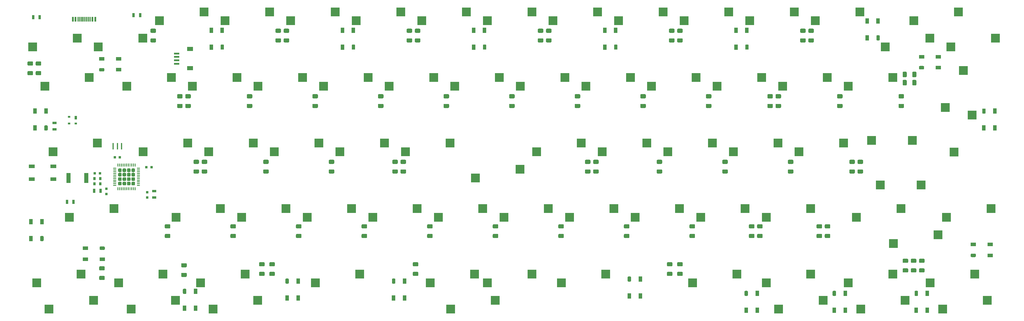
<source format=gbr>
G04 #@! TF.GenerationSoftware,KiCad,Pcbnew,(5.1.10)-1*
G04 #@! TF.CreationDate,2022-02-05T22:18:53+07:00*
G04 #@! TF.ProjectId,krush60hs,6b727573-6836-4306-9873-2e6b69636164,rev?*
G04 #@! TF.SameCoordinates,Original*
G04 #@! TF.FileFunction,Paste,Bot*
G04 #@! TF.FilePolarity,Positive*
%FSLAX46Y46*%
G04 Gerber Fmt 4.6, Leading zero omitted, Abs format (unit mm)*
G04 Created by KiCad (PCBNEW (5.1.10)-1) date 2022-02-05 22:18:53*
%MOMM*%
%LPD*%
G01*
G04 APERTURE LIST*
%ADD10R,2.550000X2.500000*%
%ADD11R,1.550000X0.600000*%
%ADD12R,1.800000X1.200000*%
%ADD13R,0.300000X1.450000*%
%ADD14R,0.600000X1.450000*%
%ADD15R,2.500000X2.550000*%
%ADD16R,1.800000X1.100000*%
%ADD17R,0.700000X1.000000*%
%ADD18R,0.700000X0.600000*%
%ADD19R,0.700000X1.300000*%
%ADD20R,1.300000X0.700000*%
%ADD21R,0.800000X0.950000*%
%ADD22R,0.800000X0.750000*%
%ADD23R,0.750000X0.800000*%
%ADD24R,1.000000X1.500000*%
%ADD25R,1.500000X1.000000*%
%ADD26R,1.190000X3.000000*%
%ADD27R,0.400000X1.900000*%
G04 APERTURE END LIST*
D10*
X253555710Y-110172548D03*
X266482710Y-107632548D03*
X242787734Y-102552500D03*
X255714734Y-100012500D03*
X264218970Y-121602564D03*
X277145970Y-119062564D03*
X240406450Y-121602564D03*
X253333450Y-119062564D03*
X216593930Y-121602564D03*
X229520930Y-119062564D03*
X280770222Y-126682564D03*
X267843222Y-129222564D03*
X195162662Y-121602564D03*
X208089662Y-119062564D03*
X256957702Y-126682564D03*
X244030702Y-129222564D03*
X233145182Y-126682564D03*
X220218182Y-129222564D03*
X148558250Y-119062500D03*
X135631250Y-121602500D03*
D11*
X45341250Y-56942500D03*
X45341250Y-57942500D03*
X45341250Y-55942500D03*
X45341250Y-54942500D03*
D12*
X49216250Y-53642500D03*
X49216250Y-59242500D03*
D10*
X35501250Y-50482500D03*
X22574250Y-53022500D03*
D13*
X18203846Y-44987496D03*
X18703846Y-44987496D03*
X19203846Y-44987496D03*
X17703846Y-44987496D03*
X19703846Y-44987496D03*
X17203846Y-44987496D03*
X20203846Y-44987496D03*
X16703846Y-44987496D03*
D14*
X16003846Y-44987496D03*
X20903846Y-44987496D03*
X15228846Y-44987496D03*
X21678846Y-44987496D03*
D10*
X16451250Y-50482500D03*
X3524250Y-53022500D03*
D15*
X276384002Y-72834500D03*
X273844002Y-59907500D03*
D10*
X45143818Y-102552500D03*
X58070818Y-100012500D03*
X55911794Y-129222564D03*
X68838794Y-126682564D03*
X32099274Y-129222564D03*
X45026274Y-126682564D03*
X8286754Y-129222564D03*
X21213754Y-126682564D03*
X121343882Y-102552500D03*
X134270882Y-100012500D03*
D15*
X271145222Y-83602524D03*
X268605222Y-70675524D03*
X261620214Y-93127532D03*
X259080214Y-80200532D03*
X247173954Y-80200532D03*
X249713954Y-93127532D03*
D16*
X3289685Y-87764410D03*
X9489685Y-91464410D03*
X3289685Y-91464410D03*
X9489685Y-87764410D03*
G36*
G01*
X256456458Y-117395717D02*
X257576458Y-117395717D01*
G75*
G02*
X257816458Y-117635717I0J-240000D01*
G01*
X257816458Y-118355717D01*
G75*
G02*
X257576458Y-118595717I-240000J0D01*
G01*
X256456458Y-118595717D01*
G75*
G02*
X256216458Y-118355717I0J240000D01*
G01*
X256216458Y-117635717D01*
G75*
G02*
X256456458Y-117395717I240000J0D01*
G01*
G37*
G36*
G01*
X256456458Y-114595717D02*
X257576458Y-114595717D01*
G75*
G02*
X257816458Y-114835717I0J-240000D01*
G01*
X257816458Y-115555717D01*
G75*
G02*
X257576458Y-115795717I-240000J0D01*
G01*
X256456458Y-115795717D01*
G75*
G02*
X256216458Y-115555717I0J240000D01*
G01*
X256216458Y-114835717D01*
G75*
G02*
X256456458Y-114595717I240000J0D01*
G01*
G37*
G36*
G01*
X261218962Y-117395717D02*
X262338962Y-117395717D01*
G75*
G02*
X262578962Y-117635717I0J-240000D01*
G01*
X262578962Y-118355717D01*
G75*
G02*
X262338962Y-118595717I-240000J0D01*
G01*
X261218962Y-118595717D01*
G75*
G02*
X260978962Y-118355717I0J240000D01*
G01*
X260978962Y-117635717D01*
G75*
G02*
X261218962Y-117395717I240000J0D01*
G01*
G37*
G36*
G01*
X261218962Y-114595717D02*
X262338962Y-114595717D01*
G75*
G02*
X262578962Y-114835717I0J-240000D01*
G01*
X262578962Y-115555717D01*
G75*
G02*
X262338962Y-115795717I-240000J0D01*
G01*
X261218962Y-115795717D01*
G75*
G02*
X260978962Y-115555717I0J240000D01*
G01*
X260978962Y-114835717D01*
G75*
G02*
X261218962Y-114595717I240000J0D01*
G01*
G37*
G36*
G01*
X258837710Y-117395717D02*
X259957710Y-117395717D01*
G75*
G02*
X260197710Y-117635717I0J-240000D01*
G01*
X260197710Y-118355717D01*
G75*
G02*
X259957710Y-118595717I-240000J0D01*
G01*
X258837710Y-118595717D01*
G75*
G02*
X258597710Y-118355717I0J240000D01*
G01*
X258597710Y-117635717D01*
G75*
G02*
X258837710Y-117395717I240000J0D01*
G01*
G37*
G36*
G01*
X258837710Y-114595717D02*
X259957710Y-114595717D01*
G75*
G02*
X260197710Y-114835717I0J-240000D01*
G01*
X260197710Y-115555717D01*
G75*
G02*
X259957710Y-115795717I-240000J0D01*
G01*
X258837710Y-115795717D01*
G75*
G02*
X258597710Y-115555717I0J240000D01*
G01*
X258597710Y-114835717D01*
G75*
G02*
X258837710Y-114595717I240000J0D01*
G01*
G37*
G36*
G01*
X190972660Y-118394375D02*
X192092660Y-118394375D01*
G75*
G02*
X192332660Y-118634375I0J-240000D01*
G01*
X192332660Y-119354375D01*
G75*
G02*
X192092660Y-119594375I-240000J0D01*
G01*
X190972660Y-119594375D01*
G75*
G02*
X190732660Y-119354375I0J240000D01*
G01*
X190732660Y-118634375D01*
G75*
G02*
X190972660Y-118394375I240000J0D01*
G01*
G37*
G36*
G01*
X190972660Y-115594375D02*
X192092660Y-115594375D01*
G75*
G02*
X192332660Y-115834375I0J-240000D01*
G01*
X192332660Y-116554375D01*
G75*
G02*
X192092660Y-116794375I-240000J0D01*
G01*
X190972660Y-116794375D01*
G75*
G02*
X190732660Y-116554375I0J240000D01*
G01*
X190732660Y-115834375D01*
G75*
G02*
X190972660Y-115594375I240000J0D01*
G01*
G37*
G36*
G01*
X187996085Y-118394375D02*
X189116085Y-118394375D01*
G75*
G02*
X189356085Y-118634375I0J-240000D01*
G01*
X189356085Y-119354375D01*
G75*
G02*
X189116085Y-119594375I-240000J0D01*
G01*
X187996085Y-119594375D01*
G75*
G02*
X187756085Y-119354375I0J240000D01*
G01*
X187756085Y-118634375D01*
G75*
G02*
X187996085Y-118394375I240000J0D01*
G01*
G37*
G36*
G01*
X187996085Y-115594375D02*
X189116085Y-115594375D01*
G75*
G02*
X189356085Y-115834375I0J-240000D01*
G01*
X189356085Y-116554375D01*
G75*
G02*
X189116085Y-116794375I-240000J0D01*
G01*
X187996085Y-116794375D01*
G75*
G02*
X187756085Y-116554375I0J240000D01*
G01*
X187756085Y-115834375D01*
G75*
G02*
X187996085Y-115594375I240000J0D01*
G01*
G37*
G36*
G01*
X114176655Y-118394125D02*
X115296655Y-118394125D01*
G75*
G02*
X115536655Y-118634125I0J-240000D01*
G01*
X115536655Y-119354125D01*
G75*
G02*
X115296655Y-119594125I-240000J0D01*
G01*
X114176655Y-119594125D01*
G75*
G02*
X113936655Y-119354125I0J240000D01*
G01*
X113936655Y-118634125D01*
G75*
G02*
X114176655Y-118394125I240000J0D01*
G01*
G37*
G36*
G01*
X114176655Y-115594125D02*
X115296655Y-115594125D01*
G75*
G02*
X115536655Y-115834125I0J-240000D01*
G01*
X115536655Y-116554125D01*
G75*
G02*
X115296655Y-116794125I-240000J0D01*
G01*
X114176655Y-116794125D01*
G75*
G02*
X113936655Y-116554125I0J240000D01*
G01*
X113936655Y-115834125D01*
G75*
G02*
X114176655Y-115594125I240000J0D01*
G01*
G37*
G36*
G01*
X72504975Y-118394375D02*
X73624975Y-118394375D01*
G75*
G02*
X73864975Y-118634375I0J-240000D01*
G01*
X73864975Y-119354375D01*
G75*
G02*
X73624975Y-119594375I-240000J0D01*
G01*
X72504975Y-119594375D01*
G75*
G02*
X72264975Y-119354375I0J240000D01*
G01*
X72264975Y-118634375D01*
G75*
G02*
X72504975Y-118394375I240000J0D01*
G01*
G37*
G36*
G01*
X72504975Y-115594375D02*
X73624975Y-115594375D01*
G75*
G02*
X73864975Y-115834375I0J-240000D01*
G01*
X73864975Y-116554375D01*
G75*
G02*
X73624975Y-116794375I-240000J0D01*
G01*
X72504975Y-116794375D01*
G75*
G02*
X72264975Y-116554375I0J240000D01*
G01*
X72264975Y-115834375D01*
G75*
G02*
X72504975Y-115594375I240000J0D01*
G01*
G37*
G36*
G01*
X69528400Y-118394250D02*
X70648400Y-118394250D01*
G75*
G02*
X70888400Y-118634250I0J-240000D01*
G01*
X70888400Y-119354250D01*
G75*
G02*
X70648400Y-119594250I-240000J0D01*
G01*
X69528400Y-119594250D01*
G75*
G02*
X69288400Y-119354250I0J240000D01*
G01*
X69288400Y-118634250D01*
G75*
G02*
X69528400Y-118394250I240000J0D01*
G01*
G37*
G36*
G01*
X69528400Y-115594250D02*
X70648400Y-115594250D01*
G75*
G02*
X70888400Y-115834250I0J-240000D01*
G01*
X70888400Y-116554250D01*
G75*
G02*
X70648400Y-116794250I-240000J0D01*
G01*
X69528400Y-116794250D01*
G75*
G02*
X69288400Y-116554250I0J240000D01*
G01*
X69288400Y-115834250D01*
G75*
G02*
X69528400Y-115594250I240000J0D01*
G01*
G37*
G36*
G01*
X46906358Y-118691907D02*
X48026358Y-118691907D01*
G75*
G02*
X48266358Y-118931907I0J-240000D01*
G01*
X48266358Y-119651907D01*
G75*
G02*
X48026358Y-119891907I-240000J0D01*
G01*
X46906358Y-119891907D01*
G75*
G02*
X46666358Y-119651907I0J240000D01*
G01*
X46666358Y-118931907D01*
G75*
G02*
X46906358Y-118691907I240000J0D01*
G01*
G37*
G36*
G01*
X46906358Y-115891907D02*
X48026358Y-115891907D01*
G75*
G02*
X48266358Y-116131907I0J-240000D01*
G01*
X48266358Y-116851907D01*
G75*
G02*
X48026358Y-117091907I-240000J0D01*
G01*
X46906358Y-117091907D01*
G75*
G02*
X46666358Y-116851907I0J240000D01*
G01*
X46666358Y-116131907D01*
G75*
G02*
X46906358Y-115891907I240000J0D01*
G01*
G37*
G36*
G01*
X23093798Y-119584878D02*
X24213798Y-119584878D01*
G75*
G02*
X24453798Y-119824878I0J-240000D01*
G01*
X24453798Y-120544878D01*
G75*
G02*
X24213798Y-120784878I-240000J0D01*
G01*
X23093798Y-120784878D01*
G75*
G02*
X22853798Y-120544878I0J240000D01*
G01*
X22853798Y-119824878D01*
G75*
G02*
X23093798Y-119584878I240000J0D01*
G01*
G37*
G36*
G01*
X23093798Y-116784878D02*
X24213798Y-116784878D01*
G75*
G02*
X24453798Y-117024878I0J-240000D01*
G01*
X24453798Y-117744878D01*
G75*
G02*
X24213798Y-117984878I-240000J0D01*
G01*
X23093798Y-117984878D01*
G75*
G02*
X22853798Y-117744878I0J240000D01*
G01*
X22853798Y-117024878D01*
G75*
G02*
X23093798Y-116784878I240000J0D01*
G01*
G37*
G36*
G01*
X234954564Y-105781265D02*
X233834564Y-105781265D01*
G75*
G02*
X233594564Y-105541265I0J240000D01*
G01*
X233594564Y-104821265D01*
G75*
G02*
X233834564Y-104581265I240000J0D01*
G01*
X234954564Y-104581265D01*
G75*
G02*
X235194564Y-104821265I0J-240000D01*
G01*
X235194564Y-105541265D01*
G75*
G02*
X234954564Y-105781265I-240000J0D01*
G01*
G37*
G36*
G01*
X234954564Y-108581265D02*
X233834564Y-108581265D01*
G75*
G02*
X233594564Y-108341265I0J240000D01*
G01*
X233594564Y-107621265D01*
G75*
G02*
X233834564Y-107381265I240000J0D01*
G01*
X234954564Y-107381265D01*
G75*
G02*
X235194564Y-107621265I0J-240000D01*
G01*
X235194564Y-108341265D01*
G75*
G02*
X234954564Y-108581265I-240000J0D01*
G01*
G37*
G36*
G01*
X232573312Y-105781265D02*
X231453312Y-105781265D01*
G75*
G02*
X231213312Y-105541265I0J240000D01*
G01*
X231213312Y-104821265D01*
G75*
G02*
X231453312Y-104581265I240000J0D01*
G01*
X232573312Y-104581265D01*
G75*
G02*
X232813312Y-104821265I0J-240000D01*
G01*
X232813312Y-105541265D01*
G75*
G02*
X232573312Y-105781265I-240000J0D01*
G01*
G37*
G36*
G01*
X232573312Y-108581265D02*
X231453312Y-108581265D01*
G75*
G02*
X231213312Y-108341265I0J240000D01*
G01*
X231213312Y-107621265D01*
G75*
G02*
X231453312Y-107381265I240000J0D01*
G01*
X232573312Y-107381265D01*
G75*
G02*
X232813312Y-107621265I0J-240000D01*
G01*
X232813312Y-108341265D01*
G75*
G02*
X232573312Y-108581265I-240000J0D01*
G01*
G37*
G36*
G01*
X215309061Y-105781265D02*
X214189061Y-105781265D01*
G75*
G02*
X213949061Y-105541265I0J240000D01*
G01*
X213949061Y-104821265D01*
G75*
G02*
X214189061Y-104581265I240000J0D01*
G01*
X215309061Y-104581265D01*
G75*
G02*
X215549061Y-104821265I0J-240000D01*
G01*
X215549061Y-105541265D01*
G75*
G02*
X215309061Y-105781265I-240000J0D01*
G01*
G37*
G36*
G01*
X215309061Y-108581265D02*
X214189061Y-108581265D01*
G75*
G02*
X213949061Y-108341265I0J240000D01*
G01*
X213949061Y-107621265D01*
G75*
G02*
X214189061Y-107381265I240000J0D01*
G01*
X215309061Y-107381265D01*
G75*
G02*
X215549061Y-107621265I0J-240000D01*
G01*
X215549061Y-108341265D01*
G75*
G02*
X215309061Y-108581265I-240000J0D01*
G01*
G37*
G36*
G01*
X212928831Y-105781265D02*
X211808831Y-105781265D01*
G75*
G02*
X211568831Y-105541265I0J240000D01*
G01*
X211568831Y-104821265D01*
G75*
G02*
X211808831Y-104581265I240000J0D01*
G01*
X212928831Y-104581265D01*
G75*
G02*
X213168831Y-104821265I0J-240000D01*
G01*
X213168831Y-105541265D01*
G75*
G02*
X212928831Y-105781265I-240000J0D01*
G01*
G37*
G36*
G01*
X212928831Y-108581265D02*
X211808831Y-108581265D01*
G75*
G02*
X211568831Y-108341265I0J240000D01*
G01*
X211568831Y-107621265D01*
G75*
G02*
X211808831Y-107381265I240000J0D01*
G01*
X212928831Y-107381265D01*
G75*
G02*
X213168831Y-107621265I0J-240000D01*
G01*
X213168831Y-108341265D01*
G75*
G02*
X212928831Y-108581265I-240000J0D01*
G01*
G37*
G36*
G01*
X195664690Y-105781265D02*
X194544690Y-105781265D01*
G75*
G02*
X194304690Y-105541265I0J240000D01*
G01*
X194304690Y-104821265D01*
G75*
G02*
X194544690Y-104581265I240000J0D01*
G01*
X195664690Y-104581265D01*
G75*
G02*
X195904690Y-104821265I0J-240000D01*
G01*
X195904690Y-105541265D01*
G75*
G02*
X195664690Y-105781265I-240000J0D01*
G01*
G37*
G36*
G01*
X195664690Y-108581265D02*
X194544690Y-108581265D01*
G75*
G02*
X194304690Y-108341265I0J240000D01*
G01*
X194304690Y-107621265D01*
G75*
G02*
X194544690Y-107381265I240000J0D01*
G01*
X195664690Y-107381265D01*
G75*
G02*
X195904690Y-107621265I0J-240000D01*
G01*
X195904690Y-108341265D01*
G75*
G02*
X195664690Y-108581265I-240000J0D01*
G01*
G37*
G36*
G01*
X176614610Y-105781265D02*
X175494610Y-105781265D01*
G75*
G02*
X175254610Y-105541265I0J240000D01*
G01*
X175254610Y-104821265D01*
G75*
G02*
X175494610Y-104581265I240000J0D01*
G01*
X176614610Y-104581265D01*
G75*
G02*
X176854610Y-104821265I0J-240000D01*
G01*
X176854610Y-105541265D01*
G75*
G02*
X176614610Y-105781265I-240000J0D01*
G01*
G37*
G36*
G01*
X176614610Y-108581265D02*
X175494610Y-108581265D01*
G75*
G02*
X175254610Y-108341265I0J240000D01*
G01*
X175254610Y-107621265D01*
G75*
G02*
X175494610Y-107381265I240000J0D01*
G01*
X176614610Y-107381265D01*
G75*
G02*
X176854610Y-107621265I0J-240000D01*
G01*
X176854610Y-108341265D01*
G75*
G02*
X176614610Y-108581265I-240000J0D01*
G01*
G37*
G36*
G01*
X157564530Y-105781265D02*
X156444530Y-105781265D01*
G75*
G02*
X156204530Y-105541265I0J240000D01*
G01*
X156204530Y-104821265D01*
G75*
G02*
X156444530Y-104581265I240000J0D01*
G01*
X157564530Y-104581265D01*
G75*
G02*
X157804530Y-104821265I0J-240000D01*
G01*
X157804530Y-105541265D01*
G75*
G02*
X157564530Y-105781265I-240000J0D01*
G01*
G37*
G36*
G01*
X157564530Y-108581265D02*
X156444530Y-108581265D01*
G75*
G02*
X156204530Y-108341265I0J240000D01*
G01*
X156204530Y-107621265D01*
G75*
G02*
X156444530Y-107381265I240000J0D01*
G01*
X157564530Y-107381265D01*
G75*
G02*
X157804530Y-107621265I0J-240000D01*
G01*
X157804530Y-108341265D01*
G75*
G02*
X157564530Y-108581265I-240000J0D01*
G01*
G37*
G36*
G01*
X138514450Y-105781265D02*
X137394450Y-105781265D01*
G75*
G02*
X137154450Y-105541265I0J240000D01*
G01*
X137154450Y-104821265D01*
G75*
G02*
X137394450Y-104581265I240000J0D01*
G01*
X138514450Y-104581265D01*
G75*
G02*
X138754450Y-104821265I0J-240000D01*
G01*
X138754450Y-105541265D01*
G75*
G02*
X138514450Y-105781265I-240000J0D01*
G01*
G37*
G36*
G01*
X138514450Y-108581265D02*
X137394450Y-108581265D01*
G75*
G02*
X137154450Y-108341265I0J240000D01*
G01*
X137154450Y-107621265D01*
G75*
G02*
X137394450Y-107381265I240000J0D01*
G01*
X138514450Y-107381265D01*
G75*
G02*
X138754450Y-107621265I0J-240000D01*
G01*
X138754450Y-108341265D01*
G75*
G02*
X138514450Y-108581265I-240000J0D01*
G01*
G37*
G36*
G01*
X119464370Y-105781265D02*
X118344370Y-105781265D01*
G75*
G02*
X118104370Y-105541265I0J240000D01*
G01*
X118104370Y-104821265D01*
G75*
G02*
X118344370Y-104581265I240000J0D01*
G01*
X119464370Y-104581265D01*
G75*
G02*
X119704370Y-104821265I0J-240000D01*
G01*
X119704370Y-105541265D01*
G75*
G02*
X119464370Y-105781265I-240000J0D01*
G01*
G37*
G36*
G01*
X119464370Y-108581265D02*
X118344370Y-108581265D01*
G75*
G02*
X118104370Y-108341265I0J240000D01*
G01*
X118104370Y-107621265D01*
G75*
G02*
X118344370Y-107381265I240000J0D01*
G01*
X119464370Y-107381265D01*
G75*
G02*
X119704370Y-107621265I0J-240000D01*
G01*
X119704370Y-108341265D01*
G75*
G02*
X119464370Y-108581265I-240000J0D01*
G01*
G37*
G36*
G01*
X100414290Y-105781265D02*
X99294290Y-105781265D01*
G75*
G02*
X99054290Y-105541265I0J240000D01*
G01*
X99054290Y-104821265D01*
G75*
G02*
X99294290Y-104581265I240000J0D01*
G01*
X100414290Y-104581265D01*
G75*
G02*
X100654290Y-104821265I0J-240000D01*
G01*
X100654290Y-105541265D01*
G75*
G02*
X100414290Y-105781265I-240000J0D01*
G01*
G37*
G36*
G01*
X100414290Y-108581265D02*
X99294290Y-108581265D01*
G75*
G02*
X99054290Y-108341265I0J240000D01*
G01*
X99054290Y-107621265D01*
G75*
G02*
X99294290Y-107381265I240000J0D01*
G01*
X100414290Y-107381265D01*
G75*
G02*
X100654290Y-107621265I0J-240000D01*
G01*
X100654290Y-108341265D01*
G75*
G02*
X100414290Y-108581265I-240000J0D01*
G01*
G37*
G36*
G01*
X81364210Y-105781265D02*
X80244210Y-105781265D01*
G75*
G02*
X80004210Y-105541265I0J240000D01*
G01*
X80004210Y-104821265D01*
G75*
G02*
X80244210Y-104581265I240000J0D01*
G01*
X81364210Y-104581265D01*
G75*
G02*
X81604210Y-104821265I0J-240000D01*
G01*
X81604210Y-105541265D01*
G75*
G02*
X81364210Y-105781265I-240000J0D01*
G01*
G37*
G36*
G01*
X81364210Y-108581265D02*
X80244210Y-108581265D01*
G75*
G02*
X80004210Y-108341265I0J240000D01*
G01*
X80004210Y-107621265D01*
G75*
G02*
X80244210Y-107381265I240000J0D01*
G01*
X81364210Y-107381265D01*
G75*
G02*
X81604210Y-107621265I0J-240000D01*
G01*
X81604210Y-108341265D01*
G75*
G02*
X81364210Y-108581265I-240000J0D01*
G01*
G37*
G36*
G01*
X62314130Y-105781265D02*
X61194130Y-105781265D01*
G75*
G02*
X60954130Y-105541265I0J240000D01*
G01*
X60954130Y-104821265D01*
G75*
G02*
X61194130Y-104581265I240000J0D01*
G01*
X62314130Y-104581265D01*
G75*
G02*
X62554130Y-104821265I0J-240000D01*
G01*
X62554130Y-105541265D01*
G75*
G02*
X62314130Y-105781265I-240000J0D01*
G01*
G37*
G36*
G01*
X62314130Y-108581265D02*
X61194130Y-108581265D01*
G75*
G02*
X60954130Y-108341265I0J240000D01*
G01*
X60954130Y-107621265D01*
G75*
G02*
X61194130Y-107381265I240000J0D01*
G01*
X62314130Y-107381265D01*
G75*
G02*
X62554130Y-107621265I0J-240000D01*
G01*
X62554130Y-108341265D01*
G75*
G02*
X62314130Y-108581265I-240000J0D01*
G01*
G37*
G36*
G01*
X43263846Y-105780941D02*
X42143846Y-105780941D01*
G75*
G02*
X41903846Y-105540941I0J240000D01*
G01*
X41903846Y-104820941D01*
G75*
G02*
X42143846Y-104580941I240000J0D01*
G01*
X43263846Y-104580941D01*
G75*
G02*
X43503846Y-104820941I0J-240000D01*
G01*
X43503846Y-105540941D01*
G75*
G02*
X43263846Y-105780941I-240000J0D01*
G01*
G37*
G36*
G01*
X43263846Y-108580941D02*
X42143846Y-108580941D01*
G75*
G02*
X41903846Y-108340941I0J240000D01*
G01*
X41903846Y-107620941D01*
G75*
G02*
X42143846Y-107380941I240000J0D01*
G01*
X43263846Y-107380941D01*
G75*
G02*
X43503846Y-107620941I0J-240000D01*
G01*
X43503846Y-108340941D01*
G75*
G02*
X43263846Y-108580941I-240000J0D01*
G01*
G37*
G36*
G01*
X244479572Y-89828471D02*
X243359572Y-89828471D01*
G75*
G02*
X243119572Y-89588471I0J240000D01*
G01*
X243119572Y-88868471D01*
G75*
G02*
X243359572Y-88628471I240000J0D01*
G01*
X244479572Y-88628471D01*
G75*
G02*
X244719572Y-88868471I0J-240000D01*
G01*
X244719572Y-89588471D01*
G75*
G02*
X244479572Y-89828471I-240000J0D01*
G01*
G37*
G36*
G01*
X244479572Y-87028471D02*
X243359572Y-87028471D01*
G75*
G02*
X243119572Y-86788471I0J240000D01*
G01*
X243119572Y-86068471D01*
G75*
G02*
X243359572Y-85828471I240000J0D01*
G01*
X244479572Y-85828471D01*
G75*
G02*
X244719572Y-86068471I0J-240000D01*
G01*
X244719572Y-86788471D01*
G75*
G02*
X244479572Y-87028471I-240000J0D01*
G01*
G37*
G36*
G01*
X242099260Y-87028842D02*
X240979260Y-87028842D01*
G75*
G02*
X240739260Y-86788842I0J240000D01*
G01*
X240739260Y-86068842D01*
G75*
G02*
X240979260Y-85828842I240000J0D01*
G01*
X242099260Y-85828842D01*
G75*
G02*
X242339260Y-86068842I0J-240000D01*
G01*
X242339260Y-86788842D01*
G75*
G02*
X242099260Y-87028842I-240000J0D01*
G01*
G37*
G36*
G01*
X242099260Y-89828842D02*
X240979260Y-89828842D01*
G75*
G02*
X240739260Y-89588842I0J240000D01*
G01*
X240739260Y-88868842D01*
G75*
G02*
X240979260Y-88628842I240000J0D01*
G01*
X242099260Y-88628842D01*
G75*
G02*
X242339260Y-88868842I0J-240000D01*
G01*
X242339260Y-89588842D01*
G75*
G02*
X242099260Y-89828842I-240000J0D01*
G01*
G37*
G36*
G01*
X224239810Y-87028842D02*
X223119810Y-87028842D01*
G75*
G02*
X222879810Y-86788842I0J240000D01*
G01*
X222879810Y-86068842D01*
G75*
G02*
X223119810Y-85828842I240000J0D01*
G01*
X224239810Y-85828842D01*
G75*
G02*
X224479810Y-86068842I0J-240000D01*
G01*
X224479810Y-86788842D01*
G75*
G02*
X224239810Y-87028842I-240000J0D01*
G01*
G37*
G36*
G01*
X224239810Y-89828842D02*
X223119810Y-89828842D01*
G75*
G02*
X222879810Y-89588842I0J240000D01*
G01*
X222879810Y-88868842D01*
G75*
G02*
X223119810Y-88628842I240000J0D01*
G01*
X224239810Y-88628842D01*
G75*
G02*
X224479810Y-88868842I0J-240000D01*
G01*
X224479810Y-89588842D01*
G75*
G02*
X224239810Y-89828842I-240000J0D01*
G01*
G37*
G36*
G01*
X205189730Y-87028842D02*
X204069730Y-87028842D01*
G75*
G02*
X203829730Y-86788842I0J240000D01*
G01*
X203829730Y-86068842D01*
G75*
G02*
X204069730Y-85828842I240000J0D01*
G01*
X205189730Y-85828842D01*
G75*
G02*
X205429730Y-86068842I0J-240000D01*
G01*
X205429730Y-86788842D01*
G75*
G02*
X205189730Y-87028842I-240000J0D01*
G01*
G37*
G36*
G01*
X205189730Y-89828842D02*
X204069730Y-89828842D01*
G75*
G02*
X203829730Y-89588842I0J240000D01*
G01*
X203829730Y-88868842D01*
G75*
G02*
X204069730Y-88628842I240000J0D01*
G01*
X205189730Y-88628842D01*
G75*
G02*
X205429730Y-88868842I0J-240000D01*
G01*
X205429730Y-89588842D01*
G75*
G02*
X205189730Y-89828842I-240000J0D01*
G01*
G37*
G36*
G01*
X186139650Y-87028842D02*
X185019650Y-87028842D01*
G75*
G02*
X184779650Y-86788842I0J240000D01*
G01*
X184779650Y-86068842D01*
G75*
G02*
X185019650Y-85828842I240000J0D01*
G01*
X186139650Y-85828842D01*
G75*
G02*
X186379650Y-86068842I0J-240000D01*
G01*
X186379650Y-86788842D01*
G75*
G02*
X186139650Y-87028842I-240000J0D01*
G01*
G37*
G36*
G01*
X186139650Y-89828842D02*
X185019650Y-89828842D01*
G75*
G02*
X184779650Y-89588842I0J240000D01*
G01*
X184779650Y-88868842D01*
G75*
G02*
X185019650Y-88628842I240000J0D01*
G01*
X186139650Y-88628842D01*
G75*
G02*
X186379650Y-88868842I0J-240000D01*
G01*
X186379650Y-89588842D01*
G75*
G02*
X186139650Y-89828842I-240000J0D01*
G01*
G37*
G36*
G01*
X167684195Y-87028842D02*
X166564195Y-87028842D01*
G75*
G02*
X166324195Y-86788842I0J240000D01*
G01*
X166324195Y-86068842D01*
G75*
G02*
X166564195Y-85828842I240000J0D01*
G01*
X167684195Y-85828842D01*
G75*
G02*
X167924195Y-86068842I0J-240000D01*
G01*
X167924195Y-86788842D01*
G75*
G02*
X167684195Y-87028842I-240000J0D01*
G01*
G37*
G36*
G01*
X167684195Y-89828842D02*
X166564195Y-89828842D01*
G75*
G02*
X166324195Y-89588842I0J240000D01*
G01*
X166324195Y-88868842D01*
G75*
G02*
X166564195Y-88628842I240000J0D01*
G01*
X167684195Y-88628842D01*
G75*
G02*
X167924195Y-88868842I0J-240000D01*
G01*
X167924195Y-89588842D01*
G75*
G02*
X167684195Y-89828842I-240000J0D01*
G01*
G37*
G36*
G01*
X165302943Y-87028471D02*
X164182943Y-87028471D01*
G75*
G02*
X163942943Y-86788471I0J240000D01*
G01*
X163942943Y-86068471D01*
G75*
G02*
X164182943Y-85828471I240000J0D01*
G01*
X165302943Y-85828471D01*
G75*
G02*
X165542943Y-86068471I0J-240000D01*
G01*
X165542943Y-86788471D01*
G75*
G02*
X165302943Y-87028471I-240000J0D01*
G01*
G37*
G36*
G01*
X165302943Y-89828471D02*
X164182943Y-89828471D01*
G75*
G02*
X163942943Y-89588471I0J240000D01*
G01*
X163942943Y-88868471D01*
G75*
G02*
X164182943Y-88628471I240000J0D01*
G01*
X165302943Y-88628471D01*
G75*
G02*
X165542943Y-88868471I0J-240000D01*
G01*
X165542943Y-89588471D01*
G75*
G02*
X165302943Y-89828471I-240000J0D01*
G01*
G37*
G36*
G01*
X111724773Y-87028471D02*
X110604773Y-87028471D01*
G75*
G02*
X110364773Y-86788471I0J240000D01*
G01*
X110364773Y-86068471D01*
G75*
G02*
X110604773Y-85828471I240000J0D01*
G01*
X111724773Y-85828471D01*
G75*
G02*
X111964773Y-86068471I0J-240000D01*
G01*
X111964773Y-86788471D01*
G75*
G02*
X111724773Y-87028471I-240000J0D01*
G01*
G37*
G36*
G01*
X111724773Y-89828471D02*
X110604773Y-89828471D01*
G75*
G02*
X110364773Y-89588471I0J240000D01*
G01*
X110364773Y-88868471D01*
G75*
G02*
X110604773Y-88628471I240000J0D01*
G01*
X111724773Y-88628471D01*
G75*
G02*
X111964773Y-88868471I0J-240000D01*
G01*
X111964773Y-89588471D01*
G75*
G02*
X111724773Y-89828471I-240000J0D01*
G01*
G37*
G36*
G01*
X109343521Y-87028442D02*
X108223521Y-87028442D01*
G75*
G02*
X107983521Y-86788442I0J240000D01*
G01*
X107983521Y-86068442D01*
G75*
G02*
X108223521Y-85828442I240000J0D01*
G01*
X109343521Y-85828442D01*
G75*
G02*
X109583521Y-86068442I0J-240000D01*
G01*
X109583521Y-86788442D01*
G75*
G02*
X109343521Y-87028442I-240000J0D01*
G01*
G37*
G36*
G01*
X109343521Y-89828442D02*
X108223521Y-89828442D01*
G75*
G02*
X107983521Y-89588442I0J240000D01*
G01*
X107983521Y-88868442D01*
G75*
G02*
X108223521Y-88628442I240000J0D01*
G01*
X109343521Y-88628442D01*
G75*
G02*
X109583521Y-88868442I0J-240000D01*
G01*
X109583521Y-89588442D01*
G75*
G02*
X109343521Y-89828442I-240000J0D01*
G01*
G37*
G36*
G01*
X90889250Y-87028842D02*
X89769250Y-87028842D01*
G75*
G02*
X89529250Y-86788842I0J240000D01*
G01*
X89529250Y-86068842D01*
G75*
G02*
X89769250Y-85828842I240000J0D01*
G01*
X90889250Y-85828842D01*
G75*
G02*
X91129250Y-86068842I0J-240000D01*
G01*
X91129250Y-86788842D01*
G75*
G02*
X90889250Y-87028842I-240000J0D01*
G01*
G37*
G36*
G01*
X90889250Y-89828842D02*
X89769250Y-89828842D01*
G75*
G02*
X89529250Y-89588842I0J240000D01*
G01*
X89529250Y-88868842D01*
G75*
G02*
X89769250Y-88628842I240000J0D01*
G01*
X90889250Y-88628842D01*
G75*
G02*
X91129250Y-88868842I0J-240000D01*
G01*
X91129250Y-89588842D01*
G75*
G02*
X90889250Y-89828842I-240000J0D01*
G01*
G37*
G36*
G01*
X71839170Y-87028842D02*
X70719170Y-87028842D01*
G75*
G02*
X70479170Y-86788842I0J240000D01*
G01*
X70479170Y-86068842D01*
G75*
G02*
X70719170Y-85828842I240000J0D01*
G01*
X71839170Y-85828842D01*
G75*
G02*
X72079170Y-86068842I0J-240000D01*
G01*
X72079170Y-86788842D01*
G75*
G02*
X71839170Y-87028842I-240000J0D01*
G01*
G37*
G36*
G01*
X71839170Y-89828842D02*
X70719170Y-89828842D01*
G75*
G02*
X70479170Y-89588842I0J240000D01*
G01*
X70479170Y-88868842D01*
G75*
G02*
X70719170Y-88628842I240000J0D01*
G01*
X71839170Y-88628842D01*
G75*
G02*
X72079170Y-88868842I0J-240000D01*
G01*
X72079170Y-89588842D01*
G75*
G02*
X71839170Y-89828842I-240000J0D01*
G01*
G37*
G36*
G01*
X51598125Y-87028442D02*
X50478125Y-87028442D01*
G75*
G02*
X50238125Y-86788442I0J240000D01*
G01*
X50238125Y-86068442D01*
G75*
G02*
X50478125Y-85828442I240000J0D01*
G01*
X51598125Y-85828442D01*
G75*
G02*
X51838125Y-86068442I0J-240000D01*
G01*
X51838125Y-86788442D01*
G75*
G02*
X51598125Y-87028442I-240000J0D01*
G01*
G37*
G36*
G01*
X51598125Y-89828442D02*
X50478125Y-89828442D01*
G75*
G02*
X50238125Y-89588442I0J240000D01*
G01*
X50238125Y-88868442D01*
G75*
G02*
X50478125Y-88628442I240000J0D01*
G01*
X51598125Y-88628442D01*
G75*
G02*
X51838125Y-88868442I0J-240000D01*
G01*
X51838125Y-89588442D01*
G75*
G02*
X51598125Y-89828442I-240000J0D01*
G01*
G37*
G36*
G01*
X256385832Y-67978550D02*
X255265832Y-67978550D01*
G75*
G02*
X255025832Y-67738550I0J240000D01*
G01*
X255025832Y-67018550D01*
G75*
G02*
X255265832Y-66778550I240000J0D01*
G01*
X256385832Y-66778550D01*
G75*
G02*
X256625832Y-67018550I0J-240000D01*
G01*
X256625832Y-67738550D01*
G75*
G02*
X256385832Y-67978550I-240000J0D01*
G01*
G37*
G36*
G01*
X256385832Y-70778550D02*
X255265832Y-70778550D01*
G75*
G02*
X255025832Y-70538550I0J240000D01*
G01*
X255025832Y-69818550D01*
G75*
G02*
X255265832Y-69578550I240000J0D01*
G01*
X256385832Y-69578550D01*
G75*
G02*
X256625832Y-69818550I0J-240000D01*
G01*
X256625832Y-70538550D01*
G75*
G02*
X256385832Y-70778550I-240000J0D01*
G01*
G37*
G36*
G01*
X53979375Y-87028442D02*
X52859375Y-87028442D01*
G75*
G02*
X52619375Y-86788442I0J240000D01*
G01*
X52619375Y-86068442D01*
G75*
G02*
X52859375Y-85828442I240000J0D01*
G01*
X53979375Y-85828442D01*
G75*
G02*
X54219375Y-86068442I0J-240000D01*
G01*
X54219375Y-86788442D01*
G75*
G02*
X53979375Y-87028442I-240000J0D01*
G01*
G37*
G36*
G01*
X53979375Y-89828442D02*
X52859375Y-89828442D01*
G75*
G02*
X52619375Y-89588442I0J240000D01*
G01*
X52619375Y-88868442D01*
G75*
G02*
X52859375Y-88628442I240000J0D01*
G01*
X53979375Y-88628442D01*
G75*
G02*
X54219375Y-88868442I0J-240000D01*
G01*
X54219375Y-89588442D01*
G75*
G02*
X53979375Y-89828442I-240000J0D01*
G01*
G37*
G36*
G01*
X238526886Y-67978442D02*
X237406886Y-67978442D01*
G75*
G02*
X237166886Y-67738442I0J240000D01*
G01*
X237166886Y-67018442D01*
G75*
G02*
X237406886Y-66778442I240000J0D01*
G01*
X238526886Y-66778442D01*
G75*
G02*
X238766886Y-67018442I0J-240000D01*
G01*
X238766886Y-67738442D01*
G75*
G02*
X238526886Y-67978442I-240000J0D01*
G01*
G37*
G36*
G01*
X238526886Y-70778442D02*
X237406886Y-70778442D01*
G75*
G02*
X237166886Y-70538442I0J240000D01*
G01*
X237166886Y-69818442D01*
G75*
G02*
X237406886Y-69578442I240000J0D01*
G01*
X238526886Y-69578442D01*
G75*
G02*
X238766886Y-69818442I0J-240000D01*
G01*
X238766886Y-70538442D01*
G75*
G02*
X238526886Y-70778442I-240000J0D01*
G01*
G37*
G36*
G01*
X220667920Y-67978762D02*
X219547920Y-67978762D01*
G75*
G02*
X219307920Y-67738762I0J240000D01*
G01*
X219307920Y-67018762D01*
G75*
G02*
X219547920Y-66778762I240000J0D01*
G01*
X220667920Y-66778762D01*
G75*
G02*
X220907920Y-67018762I0J-240000D01*
G01*
X220907920Y-67738762D01*
G75*
G02*
X220667920Y-67978762I-240000J0D01*
G01*
G37*
G36*
G01*
X220667920Y-70778762D02*
X219547920Y-70778762D01*
G75*
G02*
X219307920Y-70538762I0J240000D01*
G01*
X219307920Y-69818762D01*
G75*
G02*
X219547920Y-69578762I240000J0D01*
G01*
X220667920Y-69578762D01*
G75*
G02*
X220907920Y-69818762I0J-240000D01*
G01*
X220907920Y-70538762D01*
G75*
G02*
X220667920Y-70778762I-240000J0D01*
G01*
G37*
G36*
G01*
X218286660Y-67978762D02*
X217166660Y-67978762D01*
G75*
G02*
X216926660Y-67738762I0J240000D01*
G01*
X216926660Y-67018762D01*
G75*
G02*
X217166660Y-66778762I240000J0D01*
G01*
X218286660Y-66778762D01*
G75*
G02*
X218526660Y-67018762I0J-240000D01*
G01*
X218526660Y-67738762D01*
G75*
G02*
X218286660Y-67978762I-240000J0D01*
G01*
G37*
G36*
G01*
X218286660Y-70778762D02*
X217166660Y-70778762D01*
G75*
G02*
X216926660Y-70538762I0J240000D01*
G01*
X216926660Y-69818762D01*
G75*
G02*
X217166660Y-69578762I240000J0D01*
G01*
X218286660Y-69578762D01*
G75*
G02*
X218526660Y-69818762I0J-240000D01*
G01*
X218526660Y-70538762D01*
G75*
G02*
X218286660Y-70778762I-240000J0D01*
G01*
G37*
G36*
G01*
X200427210Y-67978762D02*
X199307210Y-67978762D01*
G75*
G02*
X199067210Y-67738762I0J240000D01*
G01*
X199067210Y-67018762D01*
G75*
G02*
X199307210Y-66778762I240000J0D01*
G01*
X200427210Y-66778762D01*
G75*
G02*
X200667210Y-67018762I0J-240000D01*
G01*
X200667210Y-67738762D01*
G75*
G02*
X200427210Y-67978762I-240000J0D01*
G01*
G37*
G36*
G01*
X200427210Y-70778762D02*
X199307210Y-70778762D01*
G75*
G02*
X199067210Y-70538762I0J240000D01*
G01*
X199067210Y-69818762D01*
G75*
G02*
X199307210Y-69578762I240000J0D01*
G01*
X200427210Y-69578762D01*
G75*
G02*
X200667210Y-69818762I0J-240000D01*
G01*
X200667210Y-70538762D01*
G75*
G02*
X200427210Y-70778762I-240000J0D01*
G01*
G37*
G36*
G01*
X181376426Y-67978442D02*
X180256426Y-67978442D01*
G75*
G02*
X180016426Y-67738442I0J240000D01*
G01*
X180016426Y-67018442D01*
G75*
G02*
X180256426Y-66778442I240000J0D01*
G01*
X181376426Y-66778442D01*
G75*
G02*
X181616426Y-67018442I0J-240000D01*
G01*
X181616426Y-67738442D01*
G75*
G02*
X181376426Y-67978442I-240000J0D01*
G01*
G37*
G36*
G01*
X181376426Y-70778442D02*
X180256426Y-70778442D01*
G75*
G02*
X180016426Y-70538442I0J240000D01*
G01*
X180016426Y-69818442D01*
G75*
G02*
X180256426Y-69578442I240000J0D01*
G01*
X181376426Y-69578442D01*
G75*
G02*
X181616426Y-69818442I0J-240000D01*
G01*
X181616426Y-70538442D01*
G75*
G02*
X181376426Y-70778442I-240000J0D01*
G01*
G37*
G36*
G01*
X162327050Y-67978762D02*
X161207050Y-67978762D01*
G75*
G02*
X160967050Y-67738762I0J240000D01*
G01*
X160967050Y-67018762D01*
G75*
G02*
X161207050Y-66778762I240000J0D01*
G01*
X162327050Y-66778762D01*
G75*
G02*
X162567050Y-67018762I0J-240000D01*
G01*
X162567050Y-67738762D01*
G75*
G02*
X162327050Y-67978762I-240000J0D01*
G01*
G37*
G36*
G01*
X162327050Y-70778762D02*
X161207050Y-70778762D01*
G75*
G02*
X160967050Y-70538762I0J240000D01*
G01*
X160967050Y-69818762D01*
G75*
G02*
X161207050Y-69578762I240000J0D01*
G01*
X162327050Y-69578762D01*
G75*
G02*
X162567050Y-69818762I0J-240000D01*
G01*
X162567050Y-70538762D01*
G75*
G02*
X162327050Y-70778762I-240000J0D01*
G01*
G37*
G36*
G01*
X143276394Y-67978442D02*
X142156394Y-67978442D01*
G75*
G02*
X141916394Y-67738442I0J240000D01*
G01*
X141916394Y-67018442D01*
G75*
G02*
X142156394Y-66778442I240000J0D01*
G01*
X143276394Y-66778442D01*
G75*
G02*
X143516394Y-67018442I0J-240000D01*
G01*
X143516394Y-67738442D01*
G75*
G02*
X143276394Y-67978442I-240000J0D01*
G01*
G37*
G36*
G01*
X143276394Y-70778442D02*
X142156394Y-70778442D01*
G75*
G02*
X141916394Y-70538442I0J240000D01*
G01*
X141916394Y-69818442D01*
G75*
G02*
X142156394Y-69578442I240000J0D01*
G01*
X143276394Y-69578442D01*
G75*
G02*
X143516394Y-69818442I0J-240000D01*
G01*
X143516394Y-70538442D01*
G75*
G02*
X143276394Y-70778442I-240000J0D01*
G01*
G37*
G36*
G01*
X124226378Y-67978442D02*
X123106378Y-67978442D01*
G75*
G02*
X122866378Y-67738442I0J240000D01*
G01*
X122866378Y-67018442D01*
G75*
G02*
X123106378Y-66778442I240000J0D01*
G01*
X124226378Y-66778442D01*
G75*
G02*
X124466378Y-67018442I0J-240000D01*
G01*
X124466378Y-67738442D01*
G75*
G02*
X124226378Y-67978442I-240000J0D01*
G01*
G37*
G36*
G01*
X124226378Y-70778442D02*
X123106378Y-70778442D01*
G75*
G02*
X122866378Y-70538442I0J240000D01*
G01*
X122866378Y-69818442D01*
G75*
G02*
X123106378Y-69578442I240000J0D01*
G01*
X124226378Y-69578442D01*
G75*
G02*
X124466378Y-69818442I0J-240000D01*
G01*
X124466378Y-70538442D01*
G75*
G02*
X124226378Y-70778442I-240000J0D01*
G01*
G37*
G36*
G01*
X105176362Y-67978442D02*
X104056362Y-67978442D01*
G75*
G02*
X103816362Y-67738442I0J240000D01*
G01*
X103816362Y-67018442D01*
G75*
G02*
X104056362Y-66778442I240000J0D01*
G01*
X105176362Y-66778442D01*
G75*
G02*
X105416362Y-67018442I0J-240000D01*
G01*
X105416362Y-67738442D01*
G75*
G02*
X105176362Y-67978442I-240000J0D01*
G01*
G37*
G36*
G01*
X105176362Y-70778442D02*
X104056362Y-70778442D01*
G75*
G02*
X103816362Y-70538442I0J240000D01*
G01*
X103816362Y-69818442D01*
G75*
G02*
X104056362Y-69578442I240000J0D01*
G01*
X105176362Y-69578442D01*
G75*
G02*
X105416362Y-69818442I0J-240000D01*
G01*
X105416362Y-70538442D01*
G75*
G02*
X105176362Y-70778442I-240000J0D01*
G01*
G37*
G36*
G01*
X86126346Y-67978442D02*
X85006346Y-67978442D01*
G75*
G02*
X84766346Y-67738442I0J240000D01*
G01*
X84766346Y-67018442D01*
G75*
G02*
X85006346Y-66778442I240000J0D01*
G01*
X86126346Y-66778442D01*
G75*
G02*
X86366346Y-67018442I0J-240000D01*
G01*
X86366346Y-67738442D01*
G75*
G02*
X86126346Y-67978442I-240000J0D01*
G01*
G37*
G36*
G01*
X86126346Y-70778442D02*
X85006346Y-70778442D01*
G75*
G02*
X84766346Y-70538442I0J240000D01*
G01*
X84766346Y-69818442D01*
G75*
G02*
X85006346Y-69578442I240000J0D01*
G01*
X86126346Y-69578442D01*
G75*
G02*
X86366346Y-69818442I0J-240000D01*
G01*
X86366346Y-70538442D01*
G75*
G02*
X86126346Y-70778442I-240000J0D01*
G01*
G37*
G36*
G01*
X67076330Y-67978442D02*
X65956330Y-67978442D01*
G75*
G02*
X65716330Y-67738442I0J240000D01*
G01*
X65716330Y-67018442D01*
G75*
G02*
X65956330Y-66778442I240000J0D01*
G01*
X67076330Y-66778442D01*
G75*
G02*
X67316330Y-67018442I0J-240000D01*
G01*
X67316330Y-67738442D01*
G75*
G02*
X67076330Y-67978442I-240000J0D01*
G01*
G37*
G36*
G01*
X67076330Y-70778442D02*
X65956330Y-70778442D01*
G75*
G02*
X65716330Y-70538442I0J240000D01*
G01*
X65716330Y-69818442D01*
G75*
G02*
X65956330Y-69578442I240000J0D01*
G01*
X67076330Y-69578442D01*
G75*
G02*
X67316330Y-69818442I0J-240000D01*
G01*
X67316330Y-70538442D01*
G75*
G02*
X67076330Y-70778442I-240000J0D01*
G01*
G37*
G36*
G01*
X46835730Y-67978762D02*
X45715730Y-67978762D01*
G75*
G02*
X45475730Y-67738762I0J240000D01*
G01*
X45475730Y-67018762D01*
G75*
G02*
X45715730Y-66778762I240000J0D01*
G01*
X46835730Y-66778762D01*
G75*
G02*
X47075730Y-67018762I0J-240000D01*
G01*
X47075730Y-67738762D01*
G75*
G02*
X46835730Y-67978762I-240000J0D01*
G01*
G37*
G36*
G01*
X46835730Y-70778762D02*
X45715730Y-70778762D01*
G75*
G02*
X45475730Y-70538762I0J240000D01*
G01*
X45475730Y-69818762D01*
G75*
G02*
X45715730Y-69578762I240000J0D01*
G01*
X46835730Y-69578762D01*
G75*
G02*
X47075730Y-69818762I0J-240000D01*
G01*
X47075730Y-70538762D01*
G75*
G02*
X46835730Y-70778762I-240000J0D01*
G01*
G37*
G36*
G01*
X49216986Y-67978502D02*
X48096986Y-67978502D01*
G75*
G02*
X47856986Y-67738502I0J240000D01*
G01*
X47856986Y-67018502D01*
G75*
G02*
X48096986Y-66778502I240000J0D01*
G01*
X49216986Y-66778502D01*
G75*
G02*
X49456986Y-67018502I0J-240000D01*
G01*
X49456986Y-67738502D01*
G75*
G02*
X49216986Y-67978502I-240000J0D01*
G01*
G37*
G36*
G01*
X49216986Y-70778502D02*
X48096986Y-70778502D01*
G75*
G02*
X47856986Y-70538502I0J240000D01*
G01*
X47856986Y-69818502D01*
G75*
G02*
X48096986Y-69578502I240000J0D01*
G01*
X49216986Y-69578502D01*
G75*
G02*
X49456986Y-69818502I0J-240000D01*
G01*
X49456986Y-70538502D01*
G75*
G02*
X49216986Y-70778502I-240000J0D01*
G01*
G37*
G36*
G01*
X259006836Y-63981272D02*
X259006836Y-62861272D01*
G75*
G02*
X259246836Y-62621272I240000J0D01*
G01*
X259966836Y-62621272D01*
G75*
G02*
X260206836Y-62861272I0J-240000D01*
G01*
X260206836Y-63981272D01*
G75*
G02*
X259966836Y-64221272I-240000J0D01*
G01*
X259246836Y-64221272D01*
G75*
G02*
X259006836Y-63981272I0J240000D01*
G01*
G37*
G36*
G01*
X256206836Y-63981272D02*
X256206836Y-62861272D01*
G75*
G02*
X256446836Y-62621272I240000J0D01*
G01*
X257166836Y-62621272D01*
G75*
G02*
X257406836Y-62861272I0J-240000D01*
G01*
X257406836Y-63981272D01*
G75*
G02*
X257166836Y-64221272I-240000J0D01*
G01*
X256446836Y-64221272D01*
G75*
G02*
X256206836Y-63981272I0J240000D01*
G01*
G37*
G36*
G01*
X259006836Y-61600016D02*
X259006836Y-60480016D01*
G75*
G02*
X259246836Y-60240016I240000J0D01*
G01*
X259966836Y-60240016D01*
G75*
G02*
X260206836Y-60480016I0J-240000D01*
G01*
X260206836Y-61600016D01*
G75*
G02*
X259966836Y-61840016I-240000J0D01*
G01*
X259246836Y-61840016D01*
G75*
G02*
X259006836Y-61600016I0J240000D01*
G01*
G37*
G36*
G01*
X256206836Y-61600016D02*
X256206836Y-60480016D01*
G75*
G02*
X256446836Y-60240016I240000J0D01*
G01*
X257166836Y-60240016D01*
G75*
G02*
X257406836Y-60480016I0J-240000D01*
G01*
X257406836Y-61600016D01*
G75*
G02*
X257166836Y-61840016I-240000J0D01*
G01*
X256446836Y-61840016D01*
G75*
G02*
X256206836Y-61600016I0J240000D01*
G01*
G37*
G36*
G01*
X230192960Y-48928679D02*
X229072960Y-48928679D01*
G75*
G02*
X228832960Y-48688679I0J240000D01*
G01*
X228832960Y-47968679D01*
G75*
G02*
X229072960Y-47728679I240000J0D01*
G01*
X230192960Y-47728679D01*
G75*
G02*
X230432960Y-47968679I0J-240000D01*
G01*
X230432960Y-48688679D01*
G75*
G02*
X230192960Y-48928679I-240000J0D01*
G01*
G37*
G36*
G01*
X230192960Y-51728679D02*
X229072960Y-51728679D01*
G75*
G02*
X228832960Y-51488679I0J240000D01*
G01*
X228832960Y-50768679D01*
G75*
G02*
X229072960Y-50528679I240000J0D01*
G01*
X230192960Y-50528679D01*
G75*
G02*
X230432960Y-50768679I0J-240000D01*
G01*
X230432960Y-51488679D01*
G75*
G02*
X230192960Y-51728679I-240000J0D01*
G01*
G37*
G36*
G01*
X227810840Y-48928439D02*
X226690840Y-48928439D01*
G75*
G02*
X226450840Y-48688439I0J240000D01*
G01*
X226450840Y-47968439D01*
G75*
G02*
X226690840Y-47728439I240000J0D01*
G01*
X227810840Y-47728439D01*
G75*
G02*
X228050840Y-47968439I0J-240000D01*
G01*
X228050840Y-48688439D01*
G75*
G02*
X227810840Y-48928439I-240000J0D01*
G01*
G37*
G36*
G01*
X227810840Y-51728439D02*
X226690840Y-51728439D01*
G75*
G02*
X226450840Y-51488439I0J240000D01*
G01*
X226450840Y-50768439D01*
G75*
G02*
X226690840Y-50528439I240000J0D01*
G01*
X227810840Y-50528439D01*
G75*
G02*
X228050840Y-50768439I0J-240000D01*
G01*
X228050840Y-51488439D01*
G75*
G02*
X227810840Y-51728439I-240000J0D01*
G01*
G37*
G36*
G01*
X192092800Y-48928439D02*
X190972800Y-48928439D01*
G75*
G02*
X190732800Y-48688439I0J240000D01*
G01*
X190732800Y-47968439D01*
G75*
G02*
X190972800Y-47728439I240000J0D01*
G01*
X192092800Y-47728439D01*
G75*
G02*
X192332800Y-47968439I0J-240000D01*
G01*
X192332800Y-48688439D01*
G75*
G02*
X192092800Y-48928439I-240000J0D01*
G01*
G37*
G36*
G01*
X192092800Y-51728439D02*
X190972800Y-51728439D01*
G75*
G02*
X190732800Y-51488439I0J240000D01*
G01*
X190732800Y-50768439D01*
G75*
G02*
X190972800Y-50528439I240000J0D01*
G01*
X192092800Y-50528439D01*
G75*
G02*
X192332800Y-50768439I0J-240000D01*
G01*
X192332800Y-51488439D01*
G75*
G02*
X192092800Y-51728439I-240000J0D01*
G01*
G37*
G36*
G01*
X189710808Y-48928439D02*
X188590808Y-48928439D01*
G75*
G02*
X188350808Y-48688439I0J240000D01*
G01*
X188350808Y-47968439D01*
G75*
G02*
X188590808Y-47728439I240000J0D01*
G01*
X189710808Y-47728439D01*
G75*
G02*
X189950808Y-47968439I0J-240000D01*
G01*
X189950808Y-48688439D01*
G75*
G02*
X189710808Y-48928439I-240000J0D01*
G01*
G37*
G36*
G01*
X189710808Y-51728439D02*
X188590808Y-51728439D01*
G75*
G02*
X188350808Y-51488439I0J240000D01*
G01*
X188350808Y-50768439D01*
G75*
G02*
X188590808Y-50528439I240000J0D01*
G01*
X189710808Y-50528439D01*
G75*
G02*
X189950808Y-50768439I0J-240000D01*
G01*
X189950808Y-51488439D01*
G75*
G02*
X189710808Y-51728439I-240000J0D01*
G01*
G37*
G36*
G01*
X153992640Y-48928439D02*
X152872640Y-48928439D01*
G75*
G02*
X152632640Y-48688439I0J240000D01*
G01*
X152632640Y-47968439D01*
G75*
G02*
X152872640Y-47728439I240000J0D01*
G01*
X153992640Y-47728439D01*
G75*
G02*
X154232640Y-47968439I0J-240000D01*
G01*
X154232640Y-48688439D01*
G75*
G02*
X153992640Y-48928439I-240000J0D01*
G01*
G37*
G36*
G01*
X153992640Y-51728439D02*
X152872640Y-51728439D01*
G75*
G02*
X152632640Y-51488439I0J240000D01*
G01*
X152632640Y-50768439D01*
G75*
G02*
X152872640Y-50528439I240000J0D01*
G01*
X153992640Y-50528439D01*
G75*
G02*
X154232640Y-50768439I0J-240000D01*
G01*
X154232640Y-51488439D01*
G75*
G02*
X153992640Y-51728439I-240000J0D01*
G01*
G37*
G36*
G01*
X151610776Y-48928439D02*
X150490776Y-48928439D01*
G75*
G02*
X150250776Y-48688439I0J240000D01*
G01*
X150250776Y-47968439D01*
G75*
G02*
X150490776Y-47728439I240000J0D01*
G01*
X151610776Y-47728439D01*
G75*
G02*
X151850776Y-47968439I0J-240000D01*
G01*
X151850776Y-48688439D01*
G75*
G02*
X151610776Y-48928439I-240000J0D01*
G01*
G37*
G36*
G01*
X151610776Y-51728439D02*
X150490776Y-51728439D01*
G75*
G02*
X150250776Y-51488439I0J240000D01*
G01*
X150250776Y-50768439D01*
G75*
G02*
X150490776Y-50528439I240000J0D01*
G01*
X151610776Y-50528439D01*
G75*
G02*
X151850776Y-50768439I0J-240000D01*
G01*
X151850776Y-51488439D01*
G75*
G02*
X151610776Y-51728439I-240000J0D01*
G01*
G37*
G36*
G01*
X115892480Y-48928439D02*
X114772480Y-48928439D01*
G75*
G02*
X114532480Y-48688439I0J240000D01*
G01*
X114532480Y-47968439D01*
G75*
G02*
X114772480Y-47728439I240000J0D01*
G01*
X115892480Y-47728439D01*
G75*
G02*
X116132480Y-47968439I0J-240000D01*
G01*
X116132480Y-48688439D01*
G75*
G02*
X115892480Y-48928439I-240000J0D01*
G01*
G37*
G36*
G01*
X115892480Y-51728439D02*
X114772480Y-51728439D01*
G75*
G02*
X114532480Y-51488439I0J240000D01*
G01*
X114532480Y-50768439D01*
G75*
G02*
X114772480Y-50528439I240000J0D01*
G01*
X115892480Y-50528439D01*
G75*
G02*
X116132480Y-50768439I0J-240000D01*
G01*
X116132480Y-51488439D01*
G75*
G02*
X115892480Y-51728439I-240000J0D01*
G01*
G37*
G36*
G01*
X113510744Y-48928439D02*
X112390744Y-48928439D01*
G75*
G02*
X112150744Y-48688439I0J240000D01*
G01*
X112150744Y-47968439D01*
G75*
G02*
X112390744Y-47728439I240000J0D01*
G01*
X113510744Y-47728439D01*
G75*
G02*
X113750744Y-47968439I0J-240000D01*
G01*
X113750744Y-48688439D01*
G75*
G02*
X113510744Y-48928439I-240000J0D01*
G01*
G37*
G36*
G01*
X113510744Y-51728439D02*
X112390744Y-51728439D01*
G75*
G02*
X112150744Y-51488439I0J240000D01*
G01*
X112150744Y-50768439D01*
G75*
G02*
X112390744Y-50528439I240000J0D01*
G01*
X113510744Y-50528439D01*
G75*
G02*
X113750744Y-50768439I0J-240000D01*
G01*
X113750744Y-51488439D01*
G75*
G02*
X113510744Y-51728439I-240000J0D01*
G01*
G37*
G36*
G01*
X77792320Y-48928679D02*
X76672320Y-48928679D01*
G75*
G02*
X76432320Y-48688679I0J240000D01*
G01*
X76432320Y-47968679D01*
G75*
G02*
X76672320Y-47728679I240000J0D01*
G01*
X77792320Y-47728679D01*
G75*
G02*
X78032320Y-47968679I0J-240000D01*
G01*
X78032320Y-48688679D01*
G75*
G02*
X77792320Y-48928679I-240000J0D01*
G01*
G37*
G36*
G01*
X77792320Y-51728679D02*
X76672320Y-51728679D01*
G75*
G02*
X76432320Y-51488679I0J240000D01*
G01*
X76432320Y-50768679D01*
G75*
G02*
X76672320Y-50528679I240000J0D01*
G01*
X77792320Y-50528679D01*
G75*
G02*
X78032320Y-50768679I0J-240000D01*
G01*
X78032320Y-51488679D01*
G75*
G02*
X77792320Y-51728679I-240000J0D01*
G01*
G37*
G36*
G01*
X75410712Y-48928439D02*
X74290712Y-48928439D01*
G75*
G02*
X74050712Y-48688439I0J240000D01*
G01*
X74050712Y-47968439D01*
G75*
G02*
X74290712Y-47728439I240000J0D01*
G01*
X75410712Y-47728439D01*
G75*
G02*
X75650712Y-47968439I0J-240000D01*
G01*
X75650712Y-48688439D01*
G75*
G02*
X75410712Y-48928439I-240000J0D01*
G01*
G37*
G36*
G01*
X75410712Y-51728439D02*
X74290712Y-51728439D01*
G75*
G02*
X74050712Y-51488439I0J240000D01*
G01*
X74050712Y-50768439D01*
G75*
G02*
X74290712Y-50528439I240000J0D01*
G01*
X75410712Y-50528439D01*
G75*
G02*
X75650712Y-50768439I0J-240000D01*
G01*
X75650712Y-51488439D01*
G75*
G02*
X75410712Y-51728439I-240000J0D01*
G01*
G37*
G36*
G01*
X39096587Y-48928439D02*
X37976587Y-48928439D01*
G75*
G02*
X37736587Y-48688439I0J240000D01*
G01*
X37736587Y-47968439D01*
G75*
G02*
X37976587Y-47728439I240000J0D01*
G01*
X39096587Y-47728439D01*
G75*
G02*
X39336587Y-47968439I0J-240000D01*
G01*
X39336587Y-48688439D01*
G75*
G02*
X39096587Y-48928439I-240000J0D01*
G01*
G37*
G36*
G01*
X39096587Y-51728439D02*
X37976587Y-51728439D01*
G75*
G02*
X37736587Y-51488439I0J240000D01*
G01*
X37736587Y-50768439D01*
G75*
G02*
X37976587Y-50528439I240000J0D01*
G01*
X39096587Y-50528439D01*
G75*
G02*
X39336587Y-50768439I0J-240000D01*
G01*
X39336587Y-51488439D01*
G75*
G02*
X39096587Y-51728439I-240000J0D01*
G01*
G37*
G36*
G01*
X5759059Y-58453447D02*
X4639059Y-58453447D01*
G75*
G02*
X4399059Y-58213447I0J240000D01*
G01*
X4399059Y-57493447D01*
G75*
G02*
X4639059Y-57253447I240000J0D01*
G01*
X5759059Y-57253447D01*
G75*
G02*
X5999059Y-57493447I0J-240000D01*
G01*
X5999059Y-58213447D01*
G75*
G02*
X5759059Y-58453447I-240000J0D01*
G01*
G37*
G36*
G01*
X5759059Y-61253447D02*
X4639059Y-61253447D01*
G75*
G02*
X4399059Y-61013447I0J240000D01*
G01*
X4399059Y-60293447D01*
G75*
G02*
X4639059Y-60053447I240000J0D01*
G01*
X5759059Y-60053447D01*
G75*
G02*
X5999059Y-60293447I0J-240000D01*
G01*
X5999059Y-61013447D01*
G75*
G02*
X5759059Y-61253447I-240000J0D01*
G01*
G37*
G36*
G01*
X3377807Y-58453447D02*
X2257807Y-58453447D01*
G75*
G02*
X2017807Y-58213447I0J240000D01*
G01*
X2017807Y-57493447D01*
G75*
G02*
X2257807Y-57253447I240000J0D01*
G01*
X3377807Y-57253447D01*
G75*
G02*
X3617807Y-57493447I0J-240000D01*
G01*
X3617807Y-58213447D01*
G75*
G02*
X3377807Y-58453447I-240000J0D01*
G01*
G37*
G36*
G01*
X3377807Y-61253447D02*
X2257807Y-61253447D01*
G75*
G02*
X2017807Y-61013447I0J240000D01*
G01*
X2017807Y-60293447D01*
G75*
G02*
X2257807Y-60053447I240000J0D01*
G01*
X3377807Y-60053447D01*
G75*
G02*
X3617807Y-60293447I0J-240000D01*
G01*
X3617807Y-61013447D01*
G75*
G02*
X3377807Y-61253447I-240000J0D01*
G01*
G37*
D10*
X157063170Y-121602840D03*
X169990170Y-119062840D03*
X85625370Y-121602840D03*
X98552370Y-119062840D03*
X118963010Y-121602840D03*
X131890010Y-119062840D03*
D17*
X16073750Y-73570400D03*
D18*
X14073750Y-73370400D03*
X16073750Y-75270400D03*
X14073750Y-75270400D03*
D19*
X15396250Y-98107500D03*
X13496250Y-98107500D03*
D20*
X38834305Y-94915289D03*
X38834305Y-96815289D03*
D21*
X21489597Y-91303246D03*
X23139597Y-91303246D03*
X21489597Y-92838023D03*
X23139597Y-92838023D03*
D19*
X32824083Y-43775309D03*
X34724083Y-43775309D03*
X5553746Y-44370622D03*
X3653746Y-44370622D03*
D22*
X38056250Y-88011000D03*
X36556250Y-88011000D03*
X21564597Y-89803246D03*
X23064597Y-89803246D03*
X27368653Y-85149637D03*
X28868653Y-85149637D03*
D23*
X36750706Y-95262000D03*
X36750706Y-96762000D03*
X24923750Y-94297500D03*
X24923750Y-95797500D03*
D10*
X137895670Y-126683060D03*
X124968670Y-129223060D03*
X40381250Y-45402500D03*
X53308250Y-42862500D03*
X59431250Y-45402500D03*
X72358250Y-42862500D03*
X78481250Y-45402500D03*
X91408250Y-42862500D03*
X97531250Y-45402500D03*
X110458250Y-42862500D03*
X116581250Y-45402500D03*
X129508250Y-42862500D03*
X135631250Y-45402500D03*
X148558250Y-42862500D03*
X154681250Y-45402500D03*
X167608250Y-42862500D03*
X173731250Y-45402500D03*
X186658250Y-42862500D03*
X192781250Y-45402500D03*
X205708250Y-42862500D03*
X211831250Y-45402500D03*
X224758250Y-42862500D03*
X230881250Y-45402500D03*
X243808250Y-42862500D03*
X264101250Y-50482500D03*
X251174250Y-53022500D03*
X283151250Y-50482500D03*
X270224250Y-53022500D03*
X259456250Y-45402500D03*
X272383250Y-42862500D03*
X7043786Y-64452500D03*
X19970786Y-61912500D03*
X30856306Y-64452500D03*
X43783306Y-61912500D03*
X49906322Y-64452500D03*
X62833322Y-61912500D03*
X68956338Y-64452500D03*
X81883338Y-61912500D03*
X88006354Y-64452500D03*
X100933354Y-61912500D03*
X107056370Y-64452500D03*
X119983370Y-61912500D03*
X126106386Y-64452500D03*
X139033386Y-61912500D03*
X145156402Y-64452500D03*
X158083402Y-61912500D03*
X164206418Y-64452500D03*
X177133418Y-61912500D03*
X183256434Y-64452500D03*
X196183434Y-61912500D03*
X202306450Y-64452500D03*
X215233450Y-61912500D03*
X221356466Y-64452500D03*
X234283466Y-61912500D03*
X240406482Y-64452500D03*
X253333482Y-61912500D03*
X9425038Y-83502500D03*
X22352038Y-80962500D03*
X35618810Y-83502500D03*
X48545810Y-80962500D03*
X54668826Y-83502500D03*
X67595826Y-80962500D03*
X73718842Y-83502500D03*
X86645842Y-80962500D03*
X92768858Y-83502500D03*
X105695858Y-80962500D03*
X111818874Y-83502500D03*
X124745874Y-80962500D03*
X145038890Y-88582500D03*
X132111890Y-91122500D03*
X149918906Y-83502500D03*
X162845906Y-80962500D03*
X168968922Y-83502500D03*
X181895922Y-80962500D03*
X188018938Y-83502500D03*
X200945938Y-80962500D03*
X207068954Y-83502500D03*
X219995954Y-80962500D03*
X226118970Y-83502500D03*
X239045970Y-80962500D03*
X64193834Y-102552500D03*
X77120834Y-100012500D03*
X83243850Y-102552500D03*
X96170850Y-100012500D03*
X102293866Y-102552500D03*
X115220866Y-100012500D03*
X140393898Y-102552500D03*
X153320898Y-100012500D03*
X159443914Y-102552500D03*
X172370914Y-100012500D03*
X178493930Y-102552500D03*
X191420930Y-100012500D03*
X197543946Y-102552500D03*
X210470946Y-100012500D03*
X216593962Y-102552500D03*
X229520962Y-100012500D03*
X268981506Y-102552500D03*
X281908506Y-100012500D03*
X4662670Y-121603060D03*
X17589670Y-119063060D03*
X28475270Y-121602568D03*
X41402270Y-119062568D03*
X52287870Y-121603060D03*
X65214870Y-119063060D03*
G36*
G01*
X260428962Y-125419129D02*
X259928962Y-125419129D01*
G75*
G02*
X259678962Y-125169129I0J250000D01*
G01*
X259678962Y-124169129D01*
G75*
G02*
X259928962Y-123919129I250000J0D01*
G01*
X260428962Y-123919129D01*
G75*
G02*
X260678962Y-124169129I0J-250000D01*
G01*
X260678962Y-125169129D01*
G75*
G02*
X260428962Y-125419129I-250000J0D01*
G01*
G37*
D24*
X263378962Y-124669129D03*
X260178962Y-129569129D03*
X263378962Y-129569129D03*
X239566442Y-129569129D03*
X236366442Y-129569129D03*
X239566442Y-124669129D03*
G36*
G01*
X236616442Y-125419129D02*
X236116442Y-125419129D01*
G75*
G02*
X235866442Y-125169129I0J250000D01*
G01*
X235866442Y-124169129D01*
G75*
G02*
X236116442Y-123919129I250000J0D01*
G01*
X236616442Y-123919129D01*
G75*
G02*
X236866442Y-124169129I0J-250000D01*
G01*
X236866442Y-125169129D01*
G75*
G02*
X236616442Y-125419129I-250000J0D01*
G01*
G37*
G36*
G01*
X211017983Y-125419129D02*
X210517983Y-125419129D01*
G75*
G02*
X210267983Y-125169129I0J250000D01*
G01*
X210267983Y-124169129D01*
G75*
G02*
X210517983Y-123919129I250000J0D01*
G01*
X211017983Y-123919129D01*
G75*
G02*
X211267983Y-124169129I0J-250000D01*
G01*
X211267983Y-125169129D01*
G75*
G02*
X211017983Y-125419129I-250000J0D01*
G01*
G37*
X213967983Y-124669129D03*
X210767983Y-129569129D03*
X213967983Y-129569129D03*
G36*
G01*
X177085730Y-121252210D02*
X176585730Y-121252210D01*
G75*
G02*
X176335730Y-121002210I0J250000D01*
G01*
X176335730Y-120002210D01*
G75*
G02*
X176585730Y-119752210I250000J0D01*
G01*
X177085730Y-119752210D01*
G75*
G02*
X177335730Y-120002210I0J-250000D01*
G01*
X177335730Y-121002210D01*
G75*
G02*
X177085730Y-121252210I-250000J0D01*
G01*
G37*
X180035730Y-120502210D03*
X176835730Y-125402210D03*
X180035730Y-125402210D03*
G36*
G01*
X108624505Y-121847525D02*
X108124505Y-121847525D01*
G75*
G02*
X107874505Y-121597525I0J250000D01*
G01*
X107874505Y-120597525D01*
G75*
G02*
X108124505Y-120347525I250000J0D01*
G01*
X108624505Y-120347525D01*
G75*
G02*
X108874505Y-120597525I0J-250000D01*
G01*
X108874505Y-121597525D01*
G75*
G02*
X108624505Y-121847525I-250000J0D01*
G01*
G37*
X111574505Y-121097525D03*
X108374505Y-125997525D03*
X111574505Y-125997525D03*
G36*
G01*
X77668125Y-121847525D02*
X77168125Y-121847525D01*
G75*
G02*
X76918125Y-121597525I0J250000D01*
G01*
X76918125Y-120597525D01*
G75*
G02*
X77168125Y-120347525I250000J0D01*
G01*
X77668125Y-120347525D01*
G75*
G02*
X77918125Y-120597525I0J-250000D01*
G01*
X77918125Y-121597525D01*
G75*
G02*
X77668125Y-121847525I-250000J0D01*
G01*
G37*
X80618125Y-121097525D03*
X77418125Y-125997525D03*
X80618125Y-125997525D03*
G36*
G01*
X47902221Y-124823816D02*
X47402221Y-124823816D01*
G75*
G02*
X47152221Y-124573816I0J250000D01*
G01*
X47152221Y-123573816D01*
G75*
G02*
X47402221Y-123323816I250000J0D01*
G01*
X47902221Y-123323816D01*
G75*
G02*
X48152221Y-123573816I0J-250000D01*
G01*
X48152221Y-124573816D01*
G75*
G02*
X47902221Y-124823816I-250000J0D01*
G01*
G37*
X50852221Y-124073816D03*
X47652221Y-128973816D03*
X50852221Y-128973816D03*
D25*
X18822542Y-114729395D03*
X18822542Y-111529395D03*
X23722542Y-114729395D03*
G36*
G01*
X22972542Y-111779395D02*
X22972542Y-111279395D01*
G75*
G02*
X23222542Y-111029395I250000J0D01*
G01*
X24222542Y-111029395D01*
G75*
G02*
X24472542Y-111279395I0J-250000D01*
G01*
X24472542Y-111779395D01*
G75*
G02*
X24222542Y-112029395I-250000J0D01*
G01*
X23222542Y-112029395D01*
G75*
G02*
X22972542Y-111779395I0J250000D01*
G01*
G37*
G36*
G01*
X5953746Y-107983174D02*
X6453746Y-107983174D01*
G75*
G02*
X6703746Y-108233174I0J-250000D01*
G01*
X6703746Y-109233174D01*
G75*
G02*
X6453746Y-109483174I-250000J0D01*
G01*
X5953746Y-109483174D01*
G75*
G02*
X5703746Y-109233174I0J250000D01*
G01*
X5703746Y-108233174D01*
G75*
G02*
X5953746Y-107983174I250000J0D01*
G01*
G37*
D24*
X3003746Y-108733174D03*
X6203746Y-103833174D03*
X3003746Y-103833174D03*
G36*
G01*
X7144520Y-75836600D02*
X7644520Y-75836600D01*
G75*
G02*
X7894520Y-76086600I0J-250000D01*
G01*
X7894520Y-77086600D01*
G75*
G02*
X7644520Y-77336600I-250000J0D01*
G01*
X7144520Y-77336600D01*
G75*
G02*
X6894520Y-77086600I0J250000D01*
G01*
X6894520Y-76086600D01*
G75*
G02*
X7144520Y-75836600I250000J0D01*
G01*
G37*
X4194520Y-76586600D03*
X7394520Y-71686600D03*
X4194520Y-71686600D03*
G36*
G01*
X277477750Y-113364000D02*
X277477750Y-113864000D01*
G75*
G02*
X277227750Y-114114000I-250000J0D01*
G01*
X276227750Y-114114000D01*
G75*
G02*
X275977750Y-113864000I0J250000D01*
G01*
X275977750Y-113364000D01*
G75*
G02*
X276227750Y-113114000I250000J0D01*
G01*
X277227750Y-113114000D01*
G75*
G02*
X277477750Y-113364000I0J-250000D01*
G01*
G37*
D25*
X276727750Y-110414000D03*
X281627750Y-113614000D03*
X281627750Y-110414000D03*
G36*
G01*
X280074291Y-72436272D02*
X279574291Y-72436272D01*
G75*
G02*
X279324291Y-72186272I0J250000D01*
G01*
X279324291Y-71186272D01*
G75*
G02*
X279574291Y-70936272I250000J0D01*
G01*
X280074291Y-70936272D01*
G75*
G02*
X280324291Y-71186272I0J-250000D01*
G01*
X280324291Y-72186272D01*
G75*
G02*
X280074291Y-72436272I-250000J0D01*
G01*
G37*
D24*
X283024291Y-71686272D03*
X279824291Y-76586272D03*
X283024291Y-76586272D03*
G36*
G01*
X262460000Y-58817780D02*
X262460000Y-59317780D01*
G75*
G02*
X262210000Y-59567780I-250000J0D01*
G01*
X261210000Y-59567780D01*
G75*
G02*
X260960000Y-59317780I0J250000D01*
G01*
X260960000Y-58817780D01*
G75*
G02*
X261210000Y-58567780I250000J0D01*
G01*
X262210000Y-58567780D01*
G75*
G02*
X262460000Y-58817780I0J-250000D01*
G01*
G37*
D25*
X261710000Y-55867780D03*
X266610000Y-59067780D03*
X266610000Y-55867780D03*
G36*
G01*
X248841862Y-49642512D02*
X249341862Y-49642512D01*
G75*
G02*
X249591862Y-49892512I0J-250000D01*
G01*
X249591862Y-50892512D01*
G75*
G02*
X249341862Y-51142512I-250000J0D01*
G01*
X248841862Y-51142512D01*
G75*
G02*
X248591862Y-50892512I0J250000D01*
G01*
X248591862Y-49892512D01*
G75*
G02*
X248841862Y-49642512I250000J0D01*
G01*
G37*
D24*
X245891862Y-50392512D03*
X249091862Y-45492512D03*
X245891862Y-45492512D03*
G36*
G01*
X210742250Y-52321651D02*
X211242250Y-52321651D01*
G75*
G02*
X211492250Y-52571651I0J-250000D01*
G01*
X211492250Y-53571651D01*
G75*
G02*
X211242250Y-53821651I-250000J0D01*
G01*
X210742250Y-53821651D01*
G75*
G02*
X210492250Y-53571651I0J250000D01*
G01*
X210492250Y-52571651D01*
G75*
G02*
X210742250Y-52321651I250000J0D01*
G01*
G37*
X207792250Y-53071651D03*
X210992250Y-48171651D03*
X207792250Y-48171651D03*
G36*
G01*
X172642090Y-52321651D02*
X173142090Y-52321651D01*
G75*
G02*
X173392090Y-52571651I0J-250000D01*
G01*
X173392090Y-53571651D01*
G75*
G02*
X173142090Y-53821651I-250000J0D01*
G01*
X172642090Y-53821651D01*
G75*
G02*
X172392090Y-53571651I0J250000D01*
G01*
X172392090Y-52571651D01*
G75*
G02*
X172642090Y-52321651I250000J0D01*
G01*
G37*
X169692090Y-53071651D03*
X172892090Y-48171651D03*
X169692090Y-48171651D03*
G36*
G01*
X134541930Y-52321651D02*
X135041930Y-52321651D01*
G75*
G02*
X135291930Y-52571651I0J-250000D01*
G01*
X135291930Y-53571651D01*
G75*
G02*
X135041930Y-53821651I-250000J0D01*
G01*
X134541930Y-53821651D01*
G75*
G02*
X134291930Y-53571651I0J250000D01*
G01*
X134291930Y-52571651D01*
G75*
G02*
X134541930Y-52321651I250000J0D01*
G01*
G37*
X131591930Y-53071651D03*
X134791930Y-48171651D03*
X131591930Y-48171651D03*
G36*
G01*
X96441770Y-52321651D02*
X96941770Y-52321651D01*
G75*
G02*
X97191770Y-52571651I0J-250000D01*
G01*
X97191770Y-53571651D01*
G75*
G02*
X96941770Y-53821651I-250000J0D01*
G01*
X96441770Y-53821651D01*
G75*
G02*
X96191770Y-53571651I0J250000D01*
G01*
X96191770Y-52571651D01*
G75*
G02*
X96441770Y-52321651I250000J0D01*
G01*
G37*
X93491770Y-53071651D03*
X96691770Y-48171651D03*
X93491770Y-48171651D03*
G36*
G01*
X58341610Y-52321651D02*
X58841610Y-52321651D01*
G75*
G02*
X59091610Y-52571651I0J-250000D01*
G01*
X59091610Y-53571651D01*
G75*
G02*
X58841610Y-53821651I-250000J0D01*
G01*
X58341610Y-53821651D01*
G75*
G02*
X58091610Y-53571651I0J250000D01*
G01*
X58091610Y-52571651D01*
G75*
G02*
X58341610Y-52321651I250000J0D01*
G01*
G37*
X55391610Y-53071651D03*
X58591610Y-48171651D03*
X55391610Y-48171651D03*
G36*
G01*
X24335014Y-59412821D02*
X24335014Y-59912821D01*
G75*
G02*
X24085014Y-60162821I-250000J0D01*
G01*
X23085014Y-60162821D01*
G75*
G02*
X22835014Y-59912821I0J250000D01*
G01*
X22835014Y-59412821D01*
G75*
G02*
X23085014Y-59162821I250000J0D01*
G01*
X24085014Y-59162821D01*
G75*
G02*
X24335014Y-59412821I0J-250000D01*
G01*
G37*
D25*
X23585014Y-56462821D03*
X28485014Y-59662821D03*
X28485014Y-56462821D03*
D19*
X23264597Y-94838023D03*
X21364597Y-94838023D03*
D20*
X9874250Y-77023000D03*
X9874250Y-75123000D03*
D26*
X13915030Y-91122608D03*
X19105030Y-91122608D03*
D10*
X14187542Y-102552500D03*
X27114542Y-100012500D03*
G36*
G01*
X26922750Y-93367920D02*
X26922750Y-93242920D01*
G75*
G02*
X26985250Y-93180420I62500J0D01*
G01*
X27735250Y-93180420D01*
G75*
G02*
X27797750Y-93242920I0J-62500D01*
G01*
X27797750Y-93367920D01*
G75*
G02*
X27735250Y-93430420I-62500J0D01*
G01*
X26985250Y-93430420D01*
G75*
G02*
X26922750Y-93367920I0J62500D01*
G01*
G37*
G36*
G01*
X26922750Y-92867920D02*
X26922750Y-92742920D01*
G75*
G02*
X26985250Y-92680420I62500J0D01*
G01*
X27735250Y-92680420D01*
G75*
G02*
X27797750Y-92742920I0J-62500D01*
G01*
X27797750Y-92867920D01*
G75*
G02*
X27735250Y-92930420I-62500J0D01*
G01*
X26985250Y-92930420D01*
G75*
G02*
X26922750Y-92867920I0J62500D01*
G01*
G37*
G36*
G01*
X26922750Y-92367920D02*
X26922750Y-92242920D01*
G75*
G02*
X26985250Y-92180420I62500J0D01*
G01*
X27735250Y-92180420D01*
G75*
G02*
X27797750Y-92242920I0J-62500D01*
G01*
X27797750Y-92367920D01*
G75*
G02*
X27735250Y-92430420I-62500J0D01*
G01*
X26985250Y-92430420D01*
G75*
G02*
X26922750Y-92367920I0J62500D01*
G01*
G37*
G36*
G01*
X26922750Y-91867920D02*
X26922750Y-91742920D01*
G75*
G02*
X26985250Y-91680420I62500J0D01*
G01*
X27735250Y-91680420D01*
G75*
G02*
X27797750Y-91742920I0J-62500D01*
G01*
X27797750Y-91867920D01*
G75*
G02*
X27735250Y-91930420I-62500J0D01*
G01*
X26985250Y-91930420D01*
G75*
G02*
X26922750Y-91867920I0J62500D01*
G01*
G37*
G36*
G01*
X26922750Y-91367920D02*
X26922750Y-91242920D01*
G75*
G02*
X26985250Y-91180420I62500J0D01*
G01*
X27735250Y-91180420D01*
G75*
G02*
X27797750Y-91242920I0J-62500D01*
G01*
X27797750Y-91367920D01*
G75*
G02*
X27735250Y-91430420I-62500J0D01*
G01*
X26985250Y-91430420D01*
G75*
G02*
X26922750Y-91367920I0J62500D01*
G01*
G37*
G36*
G01*
X26922750Y-90867920D02*
X26922750Y-90742920D01*
G75*
G02*
X26985250Y-90680420I62500J0D01*
G01*
X27735250Y-90680420D01*
G75*
G02*
X27797750Y-90742920I0J-62500D01*
G01*
X27797750Y-90867920D01*
G75*
G02*
X27735250Y-90930420I-62500J0D01*
G01*
X26985250Y-90930420D01*
G75*
G02*
X26922750Y-90867920I0J62500D01*
G01*
G37*
G36*
G01*
X26922750Y-90367920D02*
X26922750Y-90242920D01*
G75*
G02*
X26985250Y-90180420I62500J0D01*
G01*
X27735250Y-90180420D01*
G75*
G02*
X27797750Y-90242920I0J-62500D01*
G01*
X27797750Y-90367920D01*
G75*
G02*
X27735250Y-90430420I-62500J0D01*
G01*
X26985250Y-90430420D01*
G75*
G02*
X26922750Y-90367920I0J62500D01*
G01*
G37*
G36*
G01*
X26922750Y-89867920D02*
X26922750Y-89742920D01*
G75*
G02*
X26985250Y-89680420I62500J0D01*
G01*
X27735250Y-89680420D01*
G75*
G02*
X27797750Y-89742920I0J-62500D01*
G01*
X27797750Y-89867920D01*
G75*
G02*
X27735250Y-89930420I-62500J0D01*
G01*
X26985250Y-89930420D01*
G75*
G02*
X26922750Y-89867920I0J62500D01*
G01*
G37*
G36*
G01*
X26922750Y-89367920D02*
X26922750Y-89242920D01*
G75*
G02*
X26985250Y-89180420I62500J0D01*
G01*
X27735250Y-89180420D01*
G75*
G02*
X27797750Y-89242920I0J-62500D01*
G01*
X27797750Y-89367920D01*
G75*
G02*
X27735250Y-89430420I-62500J0D01*
G01*
X26985250Y-89430420D01*
G75*
G02*
X26922750Y-89367920I0J62500D01*
G01*
G37*
G36*
G01*
X26922750Y-88867920D02*
X26922750Y-88742920D01*
G75*
G02*
X26985250Y-88680420I62500J0D01*
G01*
X27735250Y-88680420D01*
G75*
G02*
X27797750Y-88742920I0J-62500D01*
G01*
X27797750Y-88867920D01*
G75*
G02*
X27735250Y-88930420I-62500J0D01*
G01*
X26985250Y-88930420D01*
G75*
G02*
X26922750Y-88867920I0J62500D01*
G01*
G37*
G36*
G01*
X26922750Y-88367920D02*
X26922750Y-88242920D01*
G75*
G02*
X26985250Y-88180420I62500J0D01*
G01*
X27735250Y-88180420D01*
G75*
G02*
X27797750Y-88242920I0J-62500D01*
G01*
X27797750Y-88367920D01*
G75*
G02*
X27735250Y-88430420I-62500J0D01*
G01*
X26985250Y-88430420D01*
G75*
G02*
X26922750Y-88367920I0J62500D01*
G01*
G37*
G36*
G01*
X28172750Y-87742920D02*
X28172750Y-86992920D01*
G75*
G02*
X28235250Y-86930420I62500J0D01*
G01*
X28360250Y-86930420D01*
G75*
G02*
X28422750Y-86992920I0J-62500D01*
G01*
X28422750Y-87742920D01*
G75*
G02*
X28360250Y-87805420I-62500J0D01*
G01*
X28235250Y-87805420D01*
G75*
G02*
X28172750Y-87742920I0J62500D01*
G01*
G37*
G36*
G01*
X28672750Y-87742920D02*
X28672750Y-86992920D01*
G75*
G02*
X28735250Y-86930420I62500J0D01*
G01*
X28860250Y-86930420D01*
G75*
G02*
X28922750Y-86992920I0J-62500D01*
G01*
X28922750Y-87742920D01*
G75*
G02*
X28860250Y-87805420I-62500J0D01*
G01*
X28735250Y-87805420D01*
G75*
G02*
X28672750Y-87742920I0J62500D01*
G01*
G37*
G36*
G01*
X29172750Y-87742920D02*
X29172750Y-86992920D01*
G75*
G02*
X29235250Y-86930420I62500J0D01*
G01*
X29360250Y-86930420D01*
G75*
G02*
X29422750Y-86992920I0J-62500D01*
G01*
X29422750Y-87742920D01*
G75*
G02*
X29360250Y-87805420I-62500J0D01*
G01*
X29235250Y-87805420D01*
G75*
G02*
X29172750Y-87742920I0J62500D01*
G01*
G37*
G36*
G01*
X29672750Y-87742920D02*
X29672750Y-86992920D01*
G75*
G02*
X29735250Y-86930420I62500J0D01*
G01*
X29860250Y-86930420D01*
G75*
G02*
X29922750Y-86992920I0J-62500D01*
G01*
X29922750Y-87742920D01*
G75*
G02*
X29860250Y-87805420I-62500J0D01*
G01*
X29735250Y-87805420D01*
G75*
G02*
X29672750Y-87742920I0J62500D01*
G01*
G37*
G36*
G01*
X30172750Y-87742920D02*
X30172750Y-86992920D01*
G75*
G02*
X30235250Y-86930420I62500J0D01*
G01*
X30360250Y-86930420D01*
G75*
G02*
X30422750Y-86992920I0J-62500D01*
G01*
X30422750Y-87742920D01*
G75*
G02*
X30360250Y-87805420I-62500J0D01*
G01*
X30235250Y-87805420D01*
G75*
G02*
X30172750Y-87742920I0J62500D01*
G01*
G37*
G36*
G01*
X30672750Y-87742920D02*
X30672750Y-86992920D01*
G75*
G02*
X30735250Y-86930420I62500J0D01*
G01*
X30860250Y-86930420D01*
G75*
G02*
X30922750Y-86992920I0J-62500D01*
G01*
X30922750Y-87742920D01*
G75*
G02*
X30860250Y-87805420I-62500J0D01*
G01*
X30735250Y-87805420D01*
G75*
G02*
X30672750Y-87742920I0J62500D01*
G01*
G37*
G36*
G01*
X31172750Y-87742920D02*
X31172750Y-86992920D01*
G75*
G02*
X31235250Y-86930420I62500J0D01*
G01*
X31360250Y-86930420D01*
G75*
G02*
X31422750Y-86992920I0J-62500D01*
G01*
X31422750Y-87742920D01*
G75*
G02*
X31360250Y-87805420I-62500J0D01*
G01*
X31235250Y-87805420D01*
G75*
G02*
X31172750Y-87742920I0J62500D01*
G01*
G37*
G36*
G01*
X31672750Y-87742920D02*
X31672750Y-86992920D01*
G75*
G02*
X31735250Y-86930420I62500J0D01*
G01*
X31860250Y-86930420D01*
G75*
G02*
X31922750Y-86992920I0J-62500D01*
G01*
X31922750Y-87742920D01*
G75*
G02*
X31860250Y-87805420I-62500J0D01*
G01*
X31735250Y-87805420D01*
G75*
G02*
X31672750Y-87742920I0J62500D01*
G01*
G37*
G36*
G01*
X32172750Y-87742920D02*
X32172750Y-86992920D01*
G75*
G02*
X32235250Y-86930420I62500J0D01*
G01*
X32360250Y-86930420D01*
G75*
G02*
X32422750Y-86992920I0J-62500D01*
G01*
X32422750Y-87742920D01*
G75*
G02*
X32360250Y-87805420I-62500J0D01*
G01*
X32235250Y-87805420D01*
G75*
G02*
X32172750Y-87742920I0J62500D01*
G01*
G37*
G36*
G01*
X32672750Y-87742920D02*
X32672750Y-86992920D01*
G75*
G02*
X32735250Y-86930420I62500J0D01*
G01*
X32860250Y-86930420D01*
G75*
G02*
X32922750Y-86992920I0J-62500D01*
G01*
X32922750Y-87742920D01*
G75*
G02*
X32860250Y-87805420I-62500J0D01*
G01*
X32735250Y-87805420D01*
G75*
G02*
X32672750Y-87742920I0J62500D01*
G01*
G37*
G36*
G01*
X33172750Y-87742920D02*
X33172750Y-86992920D01*
G75*
G02*
X33235250Y-86930420I62500J0D01*
G01*
X33360250Y-86930420D01*
G75*
G02*
X33422750Y-86992920I0J-62500D01*
G01*
X33422750Y-87742920D01*
G75*
G02*
X33360250Y-87805420I-62500J0D01*
G01*
X33235250Y-87805420D01*
G75*
G02*
X33172750Y-87742920I0J62500D01*
G01*
G37*
G36*
G01*
X33797750Y-88367920D02*
X33797750Y-88242920D01*
G75*
G02*
X33860250Y-88180420I62500J0D01*
G01*
X34610250Y-88180420D01*
G75*
G02*
X34672750Y-88242920I0J-62500D01*
G01*
X34672750Y-88367920D01*
G75*
G02*
X34610250Y-88430420I-62500J0D01*
G01*
X33860250Y-88430420D01*
G75*
G02*
X33797750Y-88367920I0J62500D01*
G01*
G37*
G36*
G01*
X33797750Y-88867920D02*
X33797750Y-88742920D01*
G75*
G02*
X33860250Y-88680420I62500J0D01*
G01*
X34610250Y-88680420D01*
G75*
G02*
X34672750Y-88742920I0J-62500D01*
G01*
X34672750Y-88867920D01*
G75*
G02*
X34610250Y-88930420I-62500J0D01*
G01*
X33860250Y-88930420D01*
G75*
G02*
X33797750Y-88867920I0J62500D01*
G01*
G37*
G36*
G01*
X33797750Y-89367920D02*
X33797750Y-89242920D01*
G75*
G02*
X33860250Y-89180420I62500J0D01*
G01*
X34610250Y-89180420D01*
G75*
G02*
X34672750Y-89242920I0J-62500D01*
G01*
X34672750Y-89367920D01*
G75*
G02*
X34610250Y-89430420I-62500J0D01*
G01*
X33860250Y-89430420D01*
G75*
G02*
X33797750Y-89367920I0J62500D01*
G01*
G37*
G36*
G01*
X33797750Y-89867920D02*
X33797750Y-89742920D01*
G75*
G02*
X33860250Y-89680420I62500J0D01*
G01*
X34610250Y-89680420D01*
G75*
G02*
X34672750Y-89742920I0J-62500D01*
G01*
X34672750Y-89867920D01*
G75*
G02*
X34610250Y-89930420I-62500J0D01*
G01*
X33860250Y-89930420D01*
G75*
G02*
X33797750Y-89867920I0J62500D01*
G01*
G37*
G36*
G01*
X33797750Y-90367920D02*
X33797750Y-90242920D01*
G75*
G02*
X33860250Y-90180420I62500J0D01*
G01*
X34610250Y-90180420D01*
G75*
G02*
X34672750Y-90242920I0J-62500D01*
G01*
X34672750Y-90367920D01*
G75*
G02*
X34610250Y-90430420I-62500J0D01*
G01*
X33860250Y-90430420D01*
G75*
G02*
X33797750Y-90367920I0J62500D01*
G01*
G37*
G36*
G01*
X33797750Y-90867920D02*
X33797750Y-90742920D01*
G75*
G02*
X33860250Y-90680420I62500J0D01*
G01*
X34610250Y-90680420D01*
G75*
G02*
X34672750Y-90742920I0J-62500D01*
G01*
X34672750Y-90867920D01*
G75*
G02*
X34610250Y-90930420I-62500J0D01*
G01*
X33860250Y-90930420D01*
G75*
G02*
X33797750Y-90867920I0J62500D01*
G01*
G37*
G36*
G01*
X33797750Y-91367920D02*
X33797750Y-91242920D01*
G75*
G02*
X33860250Y-91180420I62500J0D01*
G01*
X34610250Y-91180420D01*
G75*
G02*
X34672750Y-91242920I0J-62500D01*
G01*
X34672750Y-91367920D01*
G75*
G02*
X34610250Y-91430420I-62500J0D01*
G01*
X33860250Y-91430420D01*
G75*
G02*
X33797750Y-91367920I0J62500D01*
G01*
G37*
G36*
G01*
X33797750Y-91867920D02*
X33797750Y-91742920D01*
G75*
G02*
X33860250Y-91680420I62500J0D01*
G01*
X34610250Y-91680420D01*
G75*
G02*
X34672750Y-91742920I0J-62500D01*
G01*
X34672750Y-91867920D01*
G75*
G02*
X34610250Y-91930420I-62500J0D01*
G01*
X33860250Y-91930420D01*
G75*
G02*
X33797750Y-91867920I0J62500D01*
G01*
G37*
G36*
G01*
X33797750Y-92367920D02*
X33797750Y-92242920D01*
G75*
G02*
X33860250Y-92180420I62500J0D01*
G01*
X34610250Y-92180420D01*
G75*
G02*
X34672750Y-92242920I0J-62500D01*
G01*
X34672750Y-92367920D01*
G75*
G02*
X34610250Y-92430420I-62500J0D01*
G01*
X33860250Y-92430420D01*
G75*
G02*
X33797750Y-92367920I0J62500D01*
G01*
G37*
G36*
G01*
X33797750Y-92867920D02*
X33797750Y-92742920D01*
G75*
G02*
X33860250Y-92680420I62500J0D01*
G01*
X34610250Y-92680420D01*
G75*
G02*
X34672750Y-92742920I0J-62500D01*
G01*
X34672750Y-92867920D01*
G75*
G02*
X34610250Y-92930420I-62500J0D01*
G01*
X33860250Y-92930420D01*
G75*
G02*
X33797750Y-92867920I0J62500D01*
G01*
G37*
G36*
G01*
X33797750Y-93367920D02*
X33797750Y-93242920D01*
G75*
G02*
X33860250Y-93180420I62500J0D01*
G01*
X34610250Y-93180420D01*
G75*
G02*
X34672750Y-93242920I0J-62500D01*
G01*
X34672750Y-93367920D01*
G75*
G02*
X34610250Y-93430420I-62500J0D01*
G01*
X33860250Y-93430420D01*
G75*
G02*
X33797750Y-93367920I0J62500D01*
G01*
G37*
G36*
G01*
X33172750Y-94617920D02*
X33172750Y-93867920D01*
G75*
G02*
X33235250Y-93805420I62500J0D01*
G01*
X33360250Y-93805420D01*
G75*
G02*
X33422750Y-93867920I0J-62500D01*
G01*
X33422750Y-94617920D01*
G75*
G02*
X33360250Y-94680420I-62500J0D01*
G01*
X33235250Y-94680420D01*
G75*
G02*
X33172750Y-94617920I0J62500D01*
G01*
G37*
G36*
G01*
X32672750Y-94617920D02*
X32672750Y-93867920D01*
G75*
G02*
X32735250Y-93805420I62500J0D01*
G01*
X32860250Y-93805420D01*
G75*
G02*
X32922750Y-93867920I0J-62500D01*
G01*
X32922750Y-94617920D01*
G75*
G02*
X32860250Y-94680420I-62500J0D01*
G01*
X32735250Y-94680420D01*
G75*
G02*
X32672750Y-94617920I0J62500D01*
G01*
G37*
G36*
G01*
X32172750Y-94617920D02*
X32172750Y-93867920D01*
G75*
G02*
X32235250Y-93805420I62500J0D01*
G01*
X32360250Y-93805420D01*
G75*
G02*
X32422750Y-93867920I0J-62500D01*
G01*
X32422750Y-94617920D01*
G75*
G02*
X32360250Y-94680420I-62500J0D01*
G01*
X32235250Y-94680420D01*
G75*
G02*
X32172750Y-94617920I0J62500D01*
G01*
G37*
G36*
G01*
X31672750Y-94617920D02*
X31672750Y-93867920D01*
G75*
G02*
X31735250Y-93805420I62500J0D01*
G01*
X31860250Y-93805420D01*
G75*
G02*
X31922750Y-93867920I0J-62500D01*
G01*
X31922750Y-94617920D01*
G75*
G02*
X31860250Y-94680420I-62500J0D01*
G01*
X31735250Y-94680420D01*
G75*
G02*
X31672750Y-94617920I0J62500D01*
G01*
G37*
G36*
G01*
X31172750Y-94617920D02*
X31172750Y-93867920D01*
G75*
G02*
X31235250Y-93805420I62500J0D01*
G01*
X31360250Y-93805420D01*
G75*
G02*
X31422750Y-93867920I0J-62500D01*
G01*
X31422750Y-94617920D01*
G75*
G02*
X31360250Y-94680420I-62500J0D01*
G01*
X31235250Y-94680420D01*
G75*
G02*
X31172750Y-94617920I0J62500D01*
G01*
G37*
G36*
G01*
X30672750Y-94617920D02*
X30672750Y-93867920D01*
G75*
G02*
X30735250Y-93805420I62500J0D01*
G01*
X30860250Y-93805420D01*
G75*
G02*
X30922750Y-93867920I0J-62500D01*
G01*
X30922750Y-94617920D01*
G75*
G02*
X30860250Y-94680420I-62500J0D01*
G01*
X30735250Y-94680420D01*
G75*
G02*
X30672750Y-94617920I0J62500D01*
G01*
G37*
G36*
G01*
X30172750Y-94617920D02*
X30172750Y-93867920D01*
G75*
G02*
X30235250Y-93805420I62500J0D01*
G01*
X30360250Y-93805420D01*
G75*
G02*
X30422750Y-93867920I0J-62500D01*
G01*
X30422750Y-94617920D01*
G75*
G02*
X30360250Y-94680420I-62500J0D01*
G01*
X30235250Y-94680420D01*
G75*
G02*
X30172750Y-94617920I0J62500D01*
G01*
G37*
G36*
G01*
X29672750Y-94617920D02*
X29672750Y-93867920D01*
G75*
G02*
X29735250Y-93805420I62500J0D01*
G01*
X29860250Y-93805420D01*
G75*
G02*
X29922750Y-93867920I0J-62500D01*
G01*
X29922750Y-94617920D01*
G75*
G02*
X29860250Y-94680420I-62500J0D01*
G01*
X29735250Y-94680420D01*
G75*
G02*
X29672750Y-94617920I0J62500D01*
G01*
G37*
G36*
G01*
X29172750Y-94617920D02*
X29172750Y-93867920D01*
G75*
G02*
X29235250Y-93805420I62500J0D01*
G01*
X29360250Y-93805420D01*
G75*
G02*
X29422750Y-93867920I0J-62500D01*
G01*
X29422750Y-94617920D01*
G75*
G02*
X29360250Y-94680420I-62500J0D01*
G01*
X29235250Y-94680420D01*
G75*
G02*
X29172750Y-94617920I0J62500D01*
G01*
G37*
G36*
G01*
X28672750Y-94617920D02*
X28672750Y-93867920D01*
G75*
G02*
X28735250Y-93805420I62500J0D01*
G01*
X28860250Y-93805420D01*
G75*
G02*
X28922750Y-93867920I0J-62500D01*
G01*
X28922750Y-94617920D01*
G75*
G02*
X28860250Y-94680420I-62500J0D01*
G01*
X28735250Y-94680420D01*
G75*
G02*
X28672750Y-94617920I0J62500D01*
G01*
G37*
G36*
G01*
X28172750Y-94617920D02*
X28172750Y-93867920D01*
G75*
G02*
X28235250Y-93805420I62500J0D01*
G01*
X28360250Y-93805420D01*
G75*
G02*
X28422750Y-93867920I0J-62500D01*
G01*
X28422750Y-94617920D01*
G75*
G02*
X28360250Y-94680420I-62500J0D01*
G01*
X28235250Y-94680420D01*
G75*
G02*
X28172750Y-94617920I0J62500D01*
G01*
G37*
G36*
G01*
X28342750Y-93010420D02*
X28342750Y-92470420D01*
G75*
G02*
X28592750Y-92220420I250000J0D01*
G01*
X29132750Y-92220420D01*
G75*
G02*
X29382750Y-92470420I0J-250000D01*
G01*
X29382750Y-93010420D01*
G75*
G02*
X29132750Y-93260420I-250000J0D01*
G01*
X28592750Y-93260420D01*
G75*
G02*
X28342750Y-93010420I0J250000D01*
G01*
G37*
G36*
G01*
X28342750Y-91720420D02*
X28342750Y-91180420D01*
G75*
G02*
X28592750Y-90930420I250000J0D01*
G01*
X29132750Y-90930420D01*
G75*
G02*
X29382750Y-91180420I0J-250000D01*
G01*
X29382750Y-91720420D01*
G75*
G02*
X29132750Y-91970420I-250000J0D01*
G01*
X28592750Y-91970420D01*
G75*
G02*
X28342750Y-91720420I0J250000D01*
G01*
G37*
G36*
G01*
X28342750Y-90430420D02*
X28342750Y-89890420D01*
G75*
G02*
X28592750Y-89640420I250000J0D01*
G01*
X29132750Y-89640420D01*
G75*
G02*
X29382750Y-89890420I0J-250000D01*
G01*
X29382750Y-90430420D01*
G75*
G02*
X29132750Y-90680420I-250000J0D01*
G01*
X28592750Y-90680420D01*
G75*
G02*
X28342750Y-90430420I0J250000D01*
G01*
G37*
G36*
G01*
X28342750Y-89140420D02*
X28342750Y-88600420D01*
G75*
G02*
X28592750Y-88350420I250000J0D01*
G01*
X29132750Y-88350420D01*
G75*
G02*
X29382750Y-88600420I0J-250000D01*
G01*
X29382750Y-89140420D01*
G75*
G02*
X29132750Y-89390420I-250000J0D01*
G01*
X28592750Y-89390420D01*
G75*
G02*
X28342750Y-89140420I0J250000D01*
G01*
G37*
G36*
G01*
X29632750Y-93010420D02*
X29632750Y-92470420D01*
G75*
G02*
X29882750Y-92220420I250000J0D01*
G01*
X30422750Y-92220420D01*
G75*
G02*
X30672750Y-92470420I0J-250000D01*
G01*
X30672750Y-93010420D01*
G75*
G02*
X30422750Y-93260420I-250000J0D01*
G01*
X29882750Y-93260420D01*
G75*
G02*
X29632750Y-93010420I0J250000D01*
G01*
G37*
G36*
G01*
X29632750Y-91720420D02*
X29632750Y-91180420D01*
G75*
G02*
X29882750Y-90930420I250000J0D01*
G01*
X30422750Y-90930420D01*
G75*
G02*
X30672750Y-91180420I0J-250000D01*
G01*
X30672750Y-91720420D01*
G75*
G02*
X30422750Y-91970420I-250000J0D01*
G01*
X29882750Y-91970420D01*
G75*
G02*
X29632750Y-91720420I0J250000D01*
G01*
G37*
G36*
G01*
X29632750Y-90430420D02*
X29632750Y-89890420D01*
G75*
G02*
X29882750Y-89640420I250000J0D01*
G01*
X30422750Y-89640420D01*
G75*
G02*
X30672750Y-89890420I0J-250000D01*
G01*
X30672750Y-90430420D01*
G75*
G02*
X30422750Y-90680420I-250000J0D01*
G01*
X29882750Y-90680420D01*
G75*
G02*
X29632750Y-90430420I0J250000D01*
G01*
G37*
G36*
G01*
X29632750Y-89140420D02*
X29632750Y-88600420D01*
G75*
G02*
X29882750Y-88350420I250000J0D01*
G01*
X30422750Y-88350420D01*
G75*
G02*
X30672750Y-88600420I0J-250000D01*
G01*
X30672750Y-89140420D01*
G75*
G02*
X30422750Y-89390420I-250000J0D01*
G01*
X29882750Y-89390420D01*
G75*
G02*
X29632750Y-89140420I0J250000D01*
G01*
G37*
G36*
G01*
X30922750Y-93010420D02*
X30922750Y-92470420D01*
G75*
G02*
X31172750Y-92220420I250000J0D01*
G01*
X31712750Y-92220420D01*
G75*
G02*
X31962750Y-92470420I0J-250000D01*
G01*
X31962750Y-93010420D01*
G75*
G02*
X31712750Y-93260420I-250000J0D01*
G01*
X31172750Y-93260420D01*
G75*
G02*
X30922750Y-93010420I0J250000D01*
G01*
G37*
G36*
G01*
X30922750Y-91720420D02*
X30922750Y-91180420D01*
G75*
G02*
X31172750Y-90930420I250000J0D01*
G01*
X31712750Y-90930420D01*
G75*
G02*
X31962750Y-91180420I0J-250000D01*
G01*
X31962750Y-91720420D01*
G75*
G02*
X31712750Y-91970420I-250000J0D01*
G01*
X31172750Y-91970420D01*
G75*
G02*
X30922750Y-91720420I0J250000D01*
G01*
G37*
G36*
G01*
X30922750Y-90430420D02*
X30922750Y-89890420D01*
G75*
G02*
X31172750Y-89640420I250000J0D01*
G01*
X31712750Y-89640420D01*
G75*
G02*
X31962750Y-89890420I0J-250000D01*
G01*
X31962750Y-90430420D01*
G75*
G02*
X31712750Y-90680420I-250000J0D01*
G01*
X31172750Y-90680420D01*
G75*
G02*
X30922750Y-90430420I0J250000D01*
G01*
G37*
G36*
G01*
X30922750Y-89140420D02*
X30922750Y-88600420D01*
G75*
G02*
X31172750Y-88350420I250000J0D01*
G01*
X31712750Y-88350420D01*
G75*
G02*
X31962750Y-88600420I0J-250000D01*
G01*
X31962750Y-89140420D01*
G75*
G02*
X31712750Y-89390420I-250000J0D01*
G01*
X31172750Y-89390420D01*
G75*
G02*
X30922750Y-89140420I0J250000D01*
G01*
G37*
G36*
G01*
X32212750Y-93010420D02*
X32212750Y-92470420D01*
G75*
G02*
X32462750Y-92220420I250000J0D01*
G01*
X33002750Y-92220420D01*
G75*
G02*
X33252750Y-92470420I0J-250000D01*
G01*
X33252750Y-93010420D01*
G75*
G02*
X33002750Y-93260420I-250000J0D01*
G01*
X32462750Y-93260420D01*
G75*
G02*
X32212750Y-93010420I0J250000D01*
G01*
G37*
G36*
G01*
X32212750Y-91720420D02*
X32212750Y-91180420D01*
G75*
G02*
X32462750Y-90930420I250000J0D01*
G01*
X33002750Y-90930420D01*
G75*
G02*
X33252750Y-91180420I0J-250000D01*
G01*
X33252750Y-91720420D01*
G75*
G02*
X33002750Y-91970420I-250000J0D01*
G01*
X32462750Y-91970420D01*
G75*
G02*
X32212750Y-91720420I0J250000D01*
G01*
G37*
G36*
G01*
X32212750Y-90430420D02*
X32212750Y-89890420D01*
G75*
G02*
X32462750Y-89640420I250000J0D01*
G01*
X33002750Y-89640420D01*
G75*
G02*
X33252750Y-89890420I0J-250000D01*
G01*
X33252750Y-90430420D01*
G75*
G02*
X33002750Y-90680420I-250000J0D01*
G01*
X32462750Y-90680420D01*
G75*
G02*
X32212750Y-90430420I0J250000D01*
G01*
G37*
G36*
G01*
X32212750Y-89140420D02*
X32212750Y-88600420D01*
G75*
G02*
X32462750Y-88350420I250000J0D01*
G01*
X33002750Y-88350420D01*
G75*
G02*
X33252750Y-88600420I0J-250000D01*
G01*
X33252750Y-89140420D01*
G75*
G02*
X33002750Y-89390420I-250000J0D01*
G01*
X32462750Y-89390420D01*
G75*
G02*
X32212750Y-89140420I0J250000D01*
G01*
G37*
D27*
X26918653Y-81875410D03*
X28118653Y-81875410D03*
X29318653Y-81875410D03*
M02*

</source>
